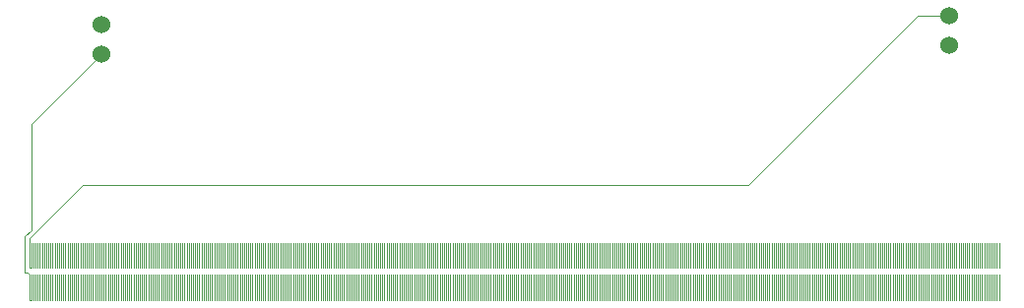
<source format=gbr>
G04 #@! TF.FileFunction,Copper,L1,Top,Signal*
%FSLAX46Y46*%
G04 Gerber Fmt 4.6, Leading zero omitted, Abs format (unit mm)*
G04 Created by KiCad (PCBNEW 4.0.3+e1-6302~38~ubuntu15.10.1-stable) date Mon Sep 12 17:58:41 2016*
%MOMM*%
%LPD*%
G01*
G04 APERTURE LIST*
%ADD10C,0.100000*%
%ADD11C,1.524000*%
%ADD12C,0.110000*%
G04 APERTURE END LIST*
D10*
D11*
X86880000Y-89300000D03*
X86880000Y-91840000D03*
X159720000Y-91100000D03*
X159720000Y-88560000D03*
D12*
X138623040Y-110825280D03*
X153619200Y-113019840D03*
X138805920Y-113019840D03*
X151424640Y-110825280D03*
X151607520Y-113019840D03*
X150144480Y-113019840D03*
X150144480Y-110825280D03*
X150327360Y-113019840D03*
X150327360Y-110825280D03*
X150510240Y-113019840D03*
X150510240Y-110825280D03*
X150693120Y-113019840D03*
X150693120Y-110825280D03*
X150876000Y-113019840D03*
X149961600Y-110825280D03*
X149961600Y-113019840D03*
X149778720Y-110825280D03*
X149778720Y-113019840D03*
X149595840Y-110825280D03*
X149595840Y-113019840D03*
X149412960Y-110825280D03*
X149412960Y-113019840D03*
X149230080Y-110825280D03*
X149230080Y-113019840D03*
X149047200Y-110825280D03*
X151424640Y-113019840D03*
X151241760Y-110825280D03*
X151241760Y-113019840D03*
X151058880Y-110825280D03*
X151058880Y-113019840D03*
X150876000Y-110825280D03*
X153436320Y-110825280D03*
X151607520Y-110825280D03*
X151790400Y-113019840D03*
X151790400Y-110825280D03*
X151973280Y-113019840D03*
X151973280Y-110825280D03*
X152156160Y-113019840D03*
X152156160Y-110825280D03*
X152339040Y-113019840D03*
X152339040Y-110825280D03*
X152521920Y-113019840D03*
X152521920Y-110825280D03*
X153436320Y-113019840D03*
X153253440Y-110825280D03*
X153253440Y-113019840D03*
X153070560Y-110825280D03*
X153070560Y-113019840D03*
X152887680Y-110825280D03*
X152887680Y-113019840D03*
X152704800Y-110825280D03*
X152704800Y-113019840D03*
X146304000Y-110825280D03*
X146486880Y-113019840D03*
X145023840Y-113019840D03*
X145023840Y-110825280D03*
X145206720Y-113019840D03*
X145206720Y-110825280D03*
X145389600Y-113019840D03*
X145389600Y-110825280D03*
X145572480Y-113019840D03*
X145572480Y-110825280D03*
X145755360Y-113019840D03*
X144840960Y-110825280D03*
X144840960Y-113019840D03*
X144658080Y-110825280D03*
X144658080Y-113019840D03*
X144475200Y-110825280D03*
X144475200Y-113019840D03*
X144292320Y-110825280D03*
X144292320Y-113019840D03*
X144109440Y-110825280D03*
X144109440Y-113019840D03*
X143926560Y-110825280D03*
X146304000Y-113019840D03*
X146121120Y-110825280D03*
X146121120Y-113019840D03*
X145938240Y-110825280D03*
X145938240Y-113019840D03*
X145755360Y-110825280D03*
X148315680Y-110825280D03*
X148498560Y-113019840D03*
X148498560Y-110825280D03*
X148681440Y-113019840D03*
X148681440Y-110825280D03*
X148864320Y-113019840D03*
X146486880Y-110825280D03*
X146669760Y-113019840D03*
X146669760Y-110825280D03*
X146852640Y-113019840D03*
X146852640Y-110825280D03*
X147035520Y-113019840D03*
X147035520Y-110825280D03*
X147218400Y-113019840D03*
X147218400Y-110825280D03*
X147401280Y-113019840D03*
X147401280Y-110825280D03*
X148315680Y-113019840D03*
X148132800Y-110825280D03*
X148132800Y-113019840D03*
X147949920Y-110825280D03*
X147949920Y-113019840D03*
X147767040Y-110825280D03*
X147767040Y-113019840D03*
X147584160Y-110825280D03*
X147584160Y-113019840D03*
X149047200Y-113019840D03*
X148864320Y-110825280D03*
X143743680Y-110825280D03*
X143926560Y-113019840D03*
X142463520Y-113019840D03*
X142463520Y-110825280D03*
X142646400Y-113019840D03*
X142646400Y-110825280D03*
X142829280Y-113019840D03*
X142829280Y-110825280D03*
X143012160Y-113019840D03*
X143012160Y-110825280D03*
X143195040Y-113019840D03*
X142280640Y-110825280D03*
X142280640Y-113019840D03*
X142097760Y-110825280D03*
X142097760Y-113019840D03*
X141914880Y-110825280D03*
X141914880Y-113019840D03*
X141732000Y-110825280D03*
X141732000Y-113019840D03*
X141549120Y-110825280D03*
X141549120Y-113019840D03*
X141366240Y-110825280D03*
X143743680Y-113019840D03*
X143560800Y-110825280D03*
X143560800Y-113019840D03*
X143377920Y-110825280D03*
X143377920Y-113019840D03*
X143195040Y-110825280D03*
X140634720Y-110825280D03*
X140817600Y-113019840D03*
X140817600Y-110825280D03*
X141000480Y-113019840D03*
X141000480Y-110825280D03*
X141183360Y-113019840D03*
X138805920Y-110825280D03*
X138988800Y-113019840D03*
X138988800Y-110825280D03*
X139171680Y-113019840D03*
X139171680Y-110825280D03*
X139354560Y-113019840D03*
X139354560Y-110825280D03*
X139537440Y-113019840D03*
X139537440Y-110825280D03*
X139720320Y-113019840D03*
X139720320Y-110825280D03*
X140634720Y-113019840D03*
X140451840Y-110825280D03*
X140451840Y-113019840D03*
X140268960Y-110825280D03*
X140268960Y-113019840D03*
X140086080Y-110825280D03*
X140086080Y-113019840D03*
X139903200Y-110825280D03*
X139903200Y-113019840D03*
X141366240Y-113019840D03*
X141183360Y-110825280D03*
X164043360Y-113019840D03*
X156179520Y-110825280D03*
X156362400Y-113019840D03*
X154899360Y-113019840D03*
X154899360Y-110825280D03*
X155082240Y-113019840D03*
X155082240Y-110825280D03*
X155265120Y-113019840D03*
X155265120Y-110825280D03*
X155448000Y-113019840D03*
X155448000Y-110825280D03*
X155630880Y-113019840D03*
X154716480Y-110825280D03*
X154716480Y-113019840D03*
X154533600Y-110825280D03*
X154533600Y-113019840D03*
X154350720Y-110825280D03*
X154350720Y-113019840D03*
X154167840Y-110825280D03*
X154167840Y-113019840D03*
X153984960Y-110825280D03*
X153984960Y-113019840D03*
X153802080Y-110825280D03*
X156179520Y-113019840D03*
X155996640Y-110825280D03*
X155996640Y-113019840D03*
X155813760Y-110825280D03*
X155813760Y-113019840D03*
X155630880Y-110825280D03*
X158191200Y-110825280D03*
X158374080Y-113019840D03*
X158374080Y-110825280D03*
X158556960Y-113019840D03*
X158556960Y-110825280D03*
X158739840Y-113019840D03*
X156362400Y-110825280D03*
X156545280Y-113019840D03*
X156545280Y-110825280D03*
X156728160Y-113019840D03*
X156728160Y-110825280D03*
X156911040Y-113019840D03*
X156911040Y-110825280D03*
X157093920Y-113019840D03*
X157093920Y-110825280D03*
X157276800Y-113019840D03*
X157276800Y-110825280D03*
X158191200Y-113019840D03*
X158008320Y-110825280D03*
X158008320Y-113019840D03*
X157825440Y-110825280D03*
X157825440Y-113019840D03*
X157642560Y-110825280D03*
X157642560Y-113019840D03*
X157459680Y-110825280D03*
X157459680Y-113019840D03*
X158922720Y-113019840D03*
X158739840Y-110825280D03*
X163860480Y-110825280D03*
X162580320Y-113019840D03*
X162580320Y-110825280D03*
X162763200Y-113019840D03*
X162763200Y-110825280D03*
X162946080Y-113019840D03*
X162946080Y-110825280D03*
X163128960Y-113019840D03*
X163128960Y-110825280D03*
X163311840Y-113019840D03*
X162397440Y-110825280D03*
X162397440Y-113019840D03*
X162214560Y-110825280D03*
X162214560Y-113019840D03*
X162031680Y-110825280D03*
X162031680Y-113019840D03*
X161848800Y-110825280D03*
X161848800Y-113019840D03*
X161665920Y-110825280D03*
X161665920Y-113019840D03*
X161483040Y-110825280D03*
X163860480Y-113019840D03*
X163677600Y-110825280D03*
X163677600Y-113019840D03*
X163494720Y-110825280D03*
X163494720Y-113019840D03*
X163311840Y-110825280D03*
X160751520Y-110825280D03*
X160934400Y-113019840D03*
X160934400Y-110825280D03*
X161117280Y-113019840D03*
X161117280Y-110825280D03*
X161300160Y-113019840D03*
X158922720Y-110825280D03*
X159105600Y-113019840D03*
X159105600Y-110825280D03*
X159288480Y-113019840D03*
X159288480Y-110825280D03*
X159471360Y-113019840D03*
X159471360Y-110825280D03*
X159654240Y-113019840D03*
X159654240Y-110825280D03*
X159837120Y-113019840D03*
X159837120Y-110825280D03*
X160751520Y-113019840D03*
X160568640Y-110825280D03*
X160568640Y-113019840D03*
X160385760Y-110825280D03*
X160385760Y-113019840D03*
X160202880Y-110825280D03*
X160202880Y-113019840D03*
X160020000Y-110825280D03*
X160020000Y-113019840D03*
X161483040Y-113019840D03*
X161300160Y-110825280D03*
X153802080Y-113019840D03*
X164043360Y-110825280D03*
X153619200Y-110825280D03*
X134416800Y-110825280D03*
X134599680Y-113019840D03*
X133136640Y-113019840D03*
X133136640Y-110825280D03*
X133319520Y-113019840D03*
X133319520Y-110825280D03*
X133502400Y-113019840D03*
X133502400Y-110825280D03*
X133685280Y-113019840D03*
X133685280Y-110825280D03*
X133868160Y-113019840D03*
X132953760Y-110825280D03*
X132953760Y-113019840D03*
X132770880Y-110825280D03*
X132770880Y-113019840D03*
X132588000Y-110825280D03*
X132588000Y-113019840D03*
X132405120Y-110825280D03*
X132405120Y-113019840D03*
X132222240Y-110825280D03*
X132222240Y-113019840D03*
X132039360Y-110825280D03*
X134416800Y-113019840D03*
X134233920Y-110825280D03*
X134233920Y-113019840D03*
X134051040Y-110825280D03*
X134051040Y-113019840D03*
X133868160Y-110825280D03*
X136428480Y-110825280D03*
X136611360Y-113019840D03*
X136611360Y-110825280D03*
X136794240Y-113019840D03*
X136794240Y-110825280D03*
X136977120Y-113019840D03*
X134599680Y-110825280D03*
X134782560Y-113019840D03*
X134782560Y-110825280D03*
X134965440Y-113019840D03*
X134965440Y-110825280D03*
X135148320Y-113019840D03*
X135148320Y-110825280D03*
X135331200Y-113019840D03*
X135331200Y-110825280D03*
X135514080Y-113019840D03*
X135514080Y-110825280D03*
X136428480Y-113019840D03*
X136245600Y-110825280D03*
X136245600Y-113019840D03*
X136062720Y-110825280D03*
X136062720Y-113019840D03*
X135879840Y-110825280D03*
X135879840Y-113019840D03*
X135696960Y-110825280D03*
X135696960Y-113019840D03*
X137160000Y-113019840D03*
X136977120Y-110825280D03*
X137160000Y-110825280D03*
X137342880Y-113019840D03*
X137342880Y-110825280D03*
X137525760Y-113019840D03*
X137525760Y-110825280D03*
X137708640Y-113019840D03*
X137708640Y-110825280D03*
X137891520Y-113019840D03*
X137891520Y-110825280D03*
X138074400Y-113019840D03*
X138074400Y-110825280D03*
X138440160Y-110825280D03*
X138440160Y-113019840D03*
X138257280Y-110825280D03*
X138257280Y-113019840D03*
X129296160Y-110825280D03*
X129479040Y-113019840D03*
X128016000Y-113019840D03*
X128016000Y-110825280D03*
X128198880Y-113019840D03*
X128198880Y-110825280D03*
X128381760Y-113019840D03*
X128381760Y-110825280D03*
X128564640Y-113019840D03*
X128564640Y-110825280D03*
X128747520Y-113019840D03*
X127833120Y-110825280D03*
X127833120Y-113019840D03*
X127650240Y-110825280D03*
X127650240Y-113019840D03*
X127467360Y-110825280D03*
X127467360Y-113019840D03*
X127284480Y-110825280D03*
X127284480Y-113019840D03*
X127101600Y-110825280D03*
X127101600Y-113019840D03*
X126918720Y-110825280D03*
X129296160Y-113019840D03*
X129113280Y-110825280D03*
X129113280Y-113019840D03*
X128930400Y-110825280D03*
X128930400Y-113019840D03*
X128747520Y-110825280D03*
X131307840Y-110825280D03*
X131490720Y-113019840D03*
X131490720Y-110825280D03*
X131673600Y-113019840D03*
X131673600Y-110825280D03*
X131856480Y-113019840D03*
X129479040Y-110825280D03*
X129661920Y-113019840D03*
X129661920Y-110825280D03*
X129844800Y-113019840D03*
X129844800Y-110825280D03*
X130027680Y-113019840D03*
X130027680Y-110825280D03*
X130210560Y-113019840D03*
X130210560Y-110825280D03*
X130393440Y-113019840D03*
X130393440Y-110825280D03*
X131307840Y-113019840D03*
X131124960Y-110825280D03*
X131124960Y-113019840D03*
X130942080Y-110825280D03*
X130942080Y-113019840D03*
X130759200Y-110825280D03*
X130759200Y-113019840D03*
X130576320Y-110825280D03*
X130576320Y-113019840D03*
X132039360Y-113019840D03*
X131856480Y-110825280D03*
X126735840Y-110825280D03*
X126918720Y-113019840D03*
X125455680Y-113019840D03*
X125455680Y-110825280D03*
X125638560Y-113019840D03*
X125638560Y-110825280D03*
X125821440Y-113019840D03*
X125821440Y-110825280D03*
X126004320Y-113019840D03*
X126004320Y-110825280D03*
X126187200Y-113019840D03*
X125272800Y-110825280D03*
X125272800Y-113019840D03*
X125089920Y-110825280D03*
X125089920Y-113019840D03*
X124907040Y-110825280D03*
X124907040Y-113019840D03*
X124724160Y-110825280D03*
X124724160Y-113019840D03*
X124541280Y-110825280D03*
X124541280Y-113019840D03*
X124358400Y-110825280D03*
X126735840Y-113019840D03*
X126552960Y-110825280D03*
X126552960Y-113019840D03*
X126370080Y-110825280D03*
X126370080Y-113019840D03*
X126187200Y-110825280D03*
X123626880Y-110825280D03*
X123809760Y-113019840D03*
X123809760Y-110825280D03*
X123992640Y-113019840D03*
X123992640Y-110825280D03*
X124175520Y-113019840D03*
X122712480Y-113019840D03*
X122712480Y-110825280D03*
X123626880Y-113019840D03*
X123444000Y-110825280D03*
X123444000Y-113019840D03*
X123261120Y-110825280D03*
X123261120Y-113019840D03*
X123078240Y-110825280D03*
X123078240Y-113019840D03*
X122895360Y-110825280D03*
X122895360Y-113019840D03*
X124358400Y-113019840D03*
X124175520Y-110825280D03*
X138623040Y-113019840D03*
X83210400Y-110825280D03*
X83393280Y-113019840D03*
X81930240Y-113019840D03*
X81930240Y-110825280D03*
X82113120Y-113019840D03*
X82113120Y-110825280D03*
X82296000Y-113019840D03*
X82296000Y-110825280D03*
X82478880Y-113019840D03*
X82478880Y-110825280D03*
X82661760Y-113019840D03*
X81747360Y-110825280D03*
X81747360Y-113019840D03*
X81564480Y-110825280D03*
X81564480Y-113019840D03*
X81381600Y-110825280D03*
X81381600Y-113019840D03*
X81198720Y-110825280D03*
X81198720Y-113019840D03*
X81015840Y-110825280D03*
X81015840Y-113019840D03*
X80832960Y-110825280D03*
X83210400Y-113019840D03*
X83027520Y-110825280D03*
X83027520Y-113019840D03*
X82844640Y-110825280D03*
X82844640Y-113019840D03*
X82661760Y-110825280D03*
X85222080Y-110825280D03*
X85404960Y-113019840D03*
X85404960Y-110825280D03*
X85587840Y-113019840D03*
X85587840Y-110825280D03*
X85770720Y-113019840D03*
X83393280Y-110825280D03*
X83576160Y-113019840D03*
X83576160Y-110825280D03*
X83759040Y-113019840D03*
X83759040Y-110825280D03*
X83941920Y-113019840D03*
X83941920Y-110825280D03*
X84124800Y-113019840D03*
X84124800Y-110825280D03*
X84307680Y-113019840D03*
X84307680Y-110825280D03*
X85222080Y-113019840D03*
X85039200Y-110825280D03*
X85039200Y-113019840D03*
X84856320Y-110825280D03*
X84856320Y-113019840D03*
X84673440Y-110825280D03*
X84673440Y-113019840D03*
X84490560Y-110825280D03*
X84490560Y-113019840D03*
X85953600Y-113019840D03*
X85770720Y-110825280D03*
X90891360Y-110825280D03*
X91074240Y-113019840D03*
X89611200Y-113019840D03*
X89611200Y-110825280D03*
X89794080Y-113019840D03*
X89794080Y-110825280D03*
X89976960Y-113019840D03*
X89976960Y-110825280D03*
X90159840Y-113019840D03*
X90159840Y-110825280D03*
X90342720Y-113019840D03*
X89428320Y-110825280D03*
X89428320Y-113019840D03*
X89245440Y-110825280D03*
X89245440Y-113019840D03*
X89062560Y-110825280D03*
X89062560Y-113019840D03*
X88879680Y-110825280D03*
X88879680Y-113019840D03*
X88696800Y-110825280D03*
X88696800Y-113019840D03*
X88513920Y-110825280D03*
X90891360Y-113019840D03*
X90708480Y-110825280D03*
X90708480Y-113019840D03*
X90525600Y-110825280D03*
X90525600Y-113019840D03*
X90342720Y-110825280D03*
X87782400Y-110825280D03*
X87965280Y-113019840D03*
X87965280Y-110825280D03*
X88148160Y-113019840D03*
X88148160Y-110825280D03*
X88331040Y-113019840D03*
X85953600Y-110825280D03*
X86136480Y-113019840D03*
X86136480Y-110825280D03*
X86319360Y-113019840D03*
X86319360Y-110825280D03*
X86502240Y-113019840D03*
X86502240Y-110825280D03*
X86685120Y-113019840D03*
X86685120Y-110825280D03*
X86868000Y-113019840D03*
X86868000Y-110825280D03*
X87782400Y-113019840D03*
X87599520Y-110825280D03*
X87599520Y-113019840D03*
X87416640Y-110825280D03*
X87416640Y-113019840D03*
X87233760Y-110825280D03*
X87233760Y-113019840D03*
X87050880Y-110825280D03*
X87050880Y-113019840D03*
X88513920Y-113019840D03*
X88331040Y-110825280D03*
X98572320Y-110825280D03*
X98755200Y-113019840D03*
X97292160Y-113019840D03*
X97292160Y-110825280D03*
X97475040Y-113019840D03*
X97475040Y-110825280D03*
X97657920Y-113019840D03*
X97657920Y-110825280D03*
X97840800Y-113019840D03*
X97840800Y-110825280D03*
X98023680Y-113019840D03*
X97109280Y-110825280D03*
X97109280Y-113019840D03*
X96926400Y-110825280D03*
X96926400Y-113019840D03*
X96743520Y-110825280D03*
X96743520Y-113019840D03*
X96560640Y-110825280D03*
X96560640Y-113019840D03*
X96377760Y-110825280D03*
X96377760Y-113019840D03*
X96194880Y-110825280D03*
X98572320Y-113019840D03*
X98389440Y-110825280D03*
X98389440Y-113019840D03*
X98206560Y-110825280D03*
X98206560Y-113019840D03*
X98023680Y-110825280D03*
X100584000Y-110825280D03*
X100766880Y-113019840D03*
X100766880Y-110825280D03*
X100949760Y-113019840D03*
X100949760Y-110825280D03*
X101132640Y-113019840D03*
X98755200Y-110825280D03*
X98938080Y-113019840D03*
X98938080Y-110825280D03*
X99120960Y-113019840D03*
X99120960Y-110825280D03*
X99303840Y-113019840D03*
X99303840Y-110825280D03*
X99486720Y-113019840D03*
X99486720Y-110825280D03*
X99669600Y-113019840D03*
X99669600Y-110825280D03*
X100584000Y-113019840D03*
X100401120Y-110825280D03*
X100401120Y-113019840D03*
X100218240Y-110825280D03*
X100218240Y-113019840D03*
X100035360Y-110825280D03*
X100035360Y-113019840D03*
X99852480Y-110825280D03*
X99852480Y-113019840D03*
X101315520Y-113019840D03*
X101132640Y-110825280D03*
X96012000Y-110825280D03*
X96194880Y-113019840D03*
X94731840Y-113019840D03*
X94731840Y-110825280D03*
X94914720Y-113019840D03*
X94914720Y-110825280D03*
X95097600Y-113019840D03*
X95097600Y-110825280D03*
X95280480Y-113019840D03*
X95280480Y-110825280D03*
X95463360Y-113019840D03*
X94548960Y-110825280D03*
X94548960Y-113019840D03*
X94366080Y-110825280D03*
X94366080Y-113019840D03*
X94183200Y-110825280D03*
X94183200Y-113019840D03*
X94000320Y-110825280D03*
X94000320Y-113019840D03*
X93817440Y-110825280D03*
X93817440Y-113019840D03*
X93634560Y-110825280D03*
X96012000Y-113019840D03*
X95829120Y-110825280D03*
X95829120Y-113019840D03*
X95646240Y-110825280D03*
X95646240Y-113019840D03*
X95463360Y-110825280D03*
X92903040Y-110825280D03*
X93085920Y-113019840D03*
X93085920Y-110825280D03*
X93268800Y-113019840D03*
X93268800Y-110825280D03*
X93451680Y-113019840D03*
X91074240Y-110825280D03*
X91257120Y-113019840D03*
X91257120Y-110825280D03*
X91440000Y-113019840D03*
X91440000Y-110825280D03*
X91622880Y-113019840D03*
X91622880Y-110825280D03*
X91805760Y-113019840D03*
X91805760Y-110825280D03*
X91988640Y-113019840D03*
X91988640Y-110825280D03*
X92903040Y-113019840D03*
X92720160Y-110825280D03*
X92720160Y-113019840D03*
X92537280Y-110825280D03*
X92537280Y-113019840D03*
X92354400Y-110825280D03*
X92354400Y-113019840D03*
X92171520Y-110825280D03*
X92171520Y-113019840D03*
X93634560Y-113019840D03*
X93451680Y-110825280D03*
X113934240Y-110825280D03*
X114117120Y-113019840D03*
X112654080Y-113019840D03*
X112654080Y-110825280D03*
X112836960Y-113019840D03*
X112836960Y-110825280D03*
X113019840Y-113019840D03*
X113019840Y-110825280D03*
X113202720Y-113019840D03*
X113202720Y-110825280D03*
X113385600Y-113019840D03*
X112471200Y-110825280D03*
X112471200Y-113019840D03*
X112288320Y-110825280D03*
X112288320Y-113019840D03*
X112105440Y-110825280D03*
X112105440Y-113019840D03*
X111922560Y-110825280D03*
X111922560Y-113019840D03*
X111739680Y-110825280D03*
X111739680Y-113019840D03*
X111556800Y-110825280D03*
X113934240Y-113019840D03*
X113751360Y-110825280D03*
X113751360Y-113019840D03*
X113568480Y-110825280D03*
X113568480Y-113019840D03*
X113385600Y-110825280D03*
X115945920Y-110825280D03*
X116128800Y-113019840D03*
X116128800Y-110825280D03*
X116311680Y-113019840D03*
X116311680Y-110825280D03*
X116494560Y-113019840D03*
X114117120Y-110825280D03*
X114300000Y-113019840D03*
X114300000Y-110825280D03*
X114482880Y-113019840D03*
X114482880Y-110825280D03*
X114665760Y-113019840D03*
X114665760Y-110825280D03*
X114848640Y-113019840D03*
X114848640Y-110825280D03*
X115031520Y-113019840D03*
X115031520Y-110825280D03*
X115945920Y-113019840D03*
X115763040Y-110825280D03*
X115763040Y-113019840D03*
X115580160Y-110825280D03*
X115580160Y-113019840D03*
X115397280Y-110825280D03*
X115397280Y-113019840D03*
X115214400Y-110825280D03*
X115214400Y-113019840D03*
X116677440Y-113019840D03*
X116494560Y-110825280D03*
X121615200Y-110825280D03*
X121798080Y-113019840D03*
X120335040Y-113019840D03*
X120335040Y-110825280D03*
X120517920Y-113019840D03*
X120517920Y-110825280D03*
X120700800Y-113019840D03*
X120700800Y-110825280D03*
X120883680Y-113019840D03*
X120883680Y-110825280D03*
X121066560Y-113019840D03*
X120152160Y-110825280D03*
X120152160Y-113019840D03*
X119969280Y-110825280D03*
X119969280Y-113019840D03*
X119786400Y-110825280D03*
X119786400Y-113019840D03*
X119603520Y-110825280D03*
X119603520Y-113019840D03*
X119420640Y-110825280D03*
X119420640Y-113019840D03*
X119237760Y-110825280D03*
X121615200Y-113019840D03*
X121432320Y-110825280D03*
X121432320Y-113019840D03*
X121249440Y-110825280D03*
X121249440Y-113019840D03*
X121066560Y-110825280D03*
X118506240Y-110825280D03*
X118689120Y-113019840D03*
X118689120Y-110825280D03*
X118872000Y-113019840D03*
X118872000Y-110825280D03*
X119054880Y-113019840D03*
X116677440Y-110825280D03*
X116860320Y-113019840D03*
X116860320Y-110825280D03*
X117043200Y-113019840D03*
X117043200Y-110825280D03*
X117226080Y-113019840D03*
X117226080Y-110825280D03*
X117408960Y-113019840D03*
X117408960Y-110825280D03*
X117591840Y-113019840D03*
X117591840Y-110825280D03*
X118506240Y-113019840D03*
X118323360Y-110825280D03*
X118323360Y-113019840D03*
X118140480Y-110825280D03*
X118140480Y-113019840D03*
X117957600Y-110825280D03*
X117957600Y-113019840D03*
X117774720Y-110825280D03*
X117774720Y-113019840D03*
X119237760Y-113019840D03*
X119054880Y-110825280D03*
X108813600Y-110825280D03*
X108996480Y-113019840D03*
X107533440Y-113019840D03*
X107533440Y-110825280D03*
X107716320Y-113019840D03*
X107716320Y-110825280D03*
X107899200Y-113019840D03*
X107899200Y-110825280D03*
X108082080Y-113019840D03*
X108082080Y-110825280D03*
X108264960Y-113019840D03*
X107350560Y-110825280D03*
X107350560Y-113019840D03*
X107167680Y-110825280D03*
X107167680Y-113019840D03*
X106984800Y-110825280D03*
X106984800Y-113019840D03*
X106801920Y-110825280D03*
X106801920Y-113019840D03*
X106619040Y-110825280D03*
X106619040Y-113019840D03*
X106436160Y-110825280D03*
X108813600Y-113019840D03*
X108630720Y-110825280D03*
X108630720Y-113019840D03*
X108447840Y-110825280D03*
X108447840Y-113019840D03*
X108264960Y-110825280D03*
X110825280Y-110825280D03*
X111008160Y-113019840D03*
X111008160Y-110825280D03*
X111191040Y-113019840D03*
X111191040Y-110825280D03*
X111373920Y-113019840D03*
X108996480Y-110825280D03*
X109179360Y-113019840D03*
X109179360Y-110825280D03*
X109362240Y-113019840D03*
X109362240Y-110825280D03*
X109545120Y-113019840D03*
X109545120Y-110825280D03*
X109728000Y-113019840D03*
X109728000Y-110825280D03*
X109910880Y-113019840D03*
X109910880Y-110825280D03*
X110825280Y-113019840D03*
X110642400Y-110825280D03*
X110642400Y-113019840D03*
X110459520Y-110825280D03*
X110459520Y-113019840D03*
X110276640Y-110825280D03*
X110276640Y-113019840D03*
X110093760Y-110825280D03*
X110093760Y-113019840D03*
X111556800Y-113019840D03*
X111373920Y-110825280D03*
X106253280Y-110825280D03*
X106436160Y-113019840D03*
X104973120Y-113019840D03*
X104973120Y-110825280D03*
X105156000Y-113019840D03*
X105156000Y-110825280D03*
X105338880Y-113019840D03*
X105338880Y-110825280D03*
X105521760Y-113019840D03*
X105521760Y-110825280D03*
X105704640Y-113019840D03*
X104790240Y-110825280D03*
X104790240Y-113019840D03*
X104607360Y-110825280D03*
X104607360Y-113019840D03*
X104424480Y-110825280D03*
X104424480Y-113019840D03*
X104241600Y-110825280D03*
X104241600Y-113019840D03*
X104058720Y-110825280D03*
X104058720Y-113019840D03*
X103875840Y-110825280D03*
X106253280Y-113019840D03*
X106070400Y-110825280D03*
X106070400Y-113019840D03*
X105887520Y-110825280D03*
X105887520Y-113019840D03*
X105704640Y-110825280D03*
X103144320Y-110825280D03*
X103327200Y-113019840D03*
X103327200Y-110825280D03*
X103510080Y-113019840D03*
X103510080Y-110825280D03*
X103692960Y-113019840D03*
X101315520Y-110825280D03*
X101498400Y-113019840D03*
X101498400Y-110825280D03*
X101681280Y-113019840D03*
X101681280Y-110825280D03*
X101864160Y-113019840D03*
X101864160Y-110825280D03*
X102047040Y-113019840D03*
X102047040Y-110825280D03*
X102229920Y-113019840D03*
X102229920Y-110825280D03*
X103144320Y-113019840D03*
X102961440Y-110825280D03*
X102961440Y-113019840D03*
X102778560Y-110825280D03*
X102778560Y-113019840D03*
X102595680Y-110825280D03*
X102595680Y-113019840D03*
X102412800Y-110825280D03*
X102412800Y-113019840D03*
X103875840Y-113019840D03*
X103692960Y-110825280D03*
X121798080Y-110825280D03*
X121980960Y-113019840D03*
X121980960Y-110825280D03*
X122163840Y-113019840D03*
X122163840Y-110825280D03*
X122346720Y-113019840D03*
X122346720Y-110825280D03*
X122529600Y-113019840D03*
X122529600Y-110825280D03*
X138623040Y-108082080D03*
X139903200Y-110276640D03*
X139903200Y-108082080D03*
X140086080Y-110276640D03*
X140086080Y-108082080D03*
X140268960Y-110276640D03*
X140268960Y-108082080D03*
X140451840Y-110276640D03*
X140451840Y-108082080D03*
X140634720Y-110276640D03*
X139720320Y-108082080D03*
X139720320Y-110276640D03*
X139537440Y-108082080D03*
X139537440Y-110276640D03*
X139354560Y-108082080D03*
X139354560Y-110276640D03*
X139171680Y-108082080D03*
X139171680Y-110276640D03*
X138988800Y-108082080D03*
X138988800Y-110276640D03*
X138805920Y-108082080D03*
X141183360Y-110276640D03*
X141000480Y-108082080D03*
X141000480Y-110276640D03*
X140817600Y-108082080D03*
X140817600Y-110276640D03*
X140634720Y-108082080D03*
X138805920Y-110276640D03*
X124175520Y-108082080D03*
X124358400Y-110276640D03*
X122895360Y-110276640D03*
X122895360Y-108082080D03*
X123078240Y-110276640D03*
X123078240Y-108082080D03*
X123261120Y-110276640D03*
X123261120Y-108082080D03*
X123444000Y-110276640D03*
X123444000Y-108082080D03*
X123626880Y-110276640D03*
X122712480Y-108082080D03*
X122712480Y-110276640D03*
X122529600Y-108082080D03*
X122529600Y-110276640D03*
X122346720Y-108082080D03*
X122346720Y-110276640D03*
X122163840Y-108082080D03*
X122163840Y-110276640D03*
X121980960Y-108082080D03*
X121980960Y-110276640D03*
X121798080Y-108082080D03*
X124175520Y-110276640D03*
X123992640Y-108082080D03*
X123992640Y-110276640D03*
X123809760Y-108082080D03*
X123809760Y-110276640D03*
X123626880Y-108082080D03*
X126187200Y-108082080D03*
X126370080Y-110276640D03*
X126370080Y-108082080D03*
X126552960Y-110276640D03*
X126552960Y-108082080D03*
X126735840Y-110276640D03*
X124358400Y-108082080D03*
X124541280Y-110276640D03*
X124541280Y-108082080D03*
X124724160Y-110276640D03*
X124724160Y-108082080D03*
X124907040Y-110276640D03*
X124907040Y-108082080D03*
X125089920Y-110276640D03*
X125089920Y-108082080D03*
X125272800Y-110276640D03*
X125272800Y-108082080D03*
X126187200Y-110276640D03*
X126004320Y-108082080D03*
X126004320Y-110276640D03*
X125821440Y-108082080D03*
X125821440Y-110276640D03*
X125638560Y-108082080D03*
X125638560Y-110276640D03*
X125455680Y-108082080D03*
X125455680Y-110276640D03*
X126918720Y-110276640D03*
X126735840Y-108082080D03*
X131856480Y-108082080D03*
X132039360Y-110276640D03*
X130576320Y-110276640D03*
X130576320Y-108082080D03*
X130759200Y-110276640D03*
X130759200Y-108082080D03*
X130942080Y-110276640D03*
X130942080Y-108082080D03*
X131124960Y-110276640D03*
X131124960Y-108082080D03*
X131307840Y-110276640D03*
X130393440Y-108082080D03*
X130393440Y-110276640D03*
X130210560Y-108082080D03*
X130210560Y-110276640D03*
X130027680Y-108082080D03*
X130027680Y-110276640D03*
X129844800Y-108082080D03*
X129844800Y-110276640D03*
X129661920Y-108082080D03*
X129661920Y-110276640D03*
X129479040Y-108082080D03*
X131856480Y-110276640D03*
X131673600Y-108082080D03*
X131673600Y-110276640D03*
X131490720Y-108082080D03*
X131490720Y-110276640D03*
X131307840Y-108082080D03*
X128747520Y-108082080D03*
X128930400Y-110276640D03*
X128930400Y-108082080D03*
X129113280Y-110276640D03*
X129113280Y-108082080D03*
X129296160Y-110276640D03*
X126918720Y-108082080D03*
X127101600Y-110276640D03*
X127101600Y-108082080D03*
X127284480Y-110276640D03*
X127284480Y-108082080D03*
X127467360Y-110276640D03*
X127467360Y-108082080D03*
X127650240Y-110276640D03*
X127650240Y-108082080D03*
X127833120Y-110276640D03*
X127833120Y-108082080D03*
X128747520Y-110276640D03*
X128564640Y-108082080D03*
X128564640Y-110276640D03*
X128381760Y-108082080D03*
X128381760Y-110276640D03*
X128198880Y-108082080D03*
X128198880Y-110276640D03*
X128016000Y-108082080D03*
X128016000Y-110276640D03*
X129479040Y-110276640D03*
X129296160Y-108082080D03*
X138257280Y-110276640D03*
X138257280Y-108082080D03*
X138440160Y-110276640D03*
X138440160Y-108082080D03*
X138074400Y-108082080D03*
X138074400Y-110276640D03*
X137891520Y-108082080D03*
X137891520Y-110276640D03*
X137708640Y-108082080D03*
X137708640Y-110276640D03*
X137525760Y-108082080D03*
X137525760Y-110276640D03*
X137342880Y-108082080D03*
X137342880Y-110276640D03*
X137160000Y-108082080D03*
X136977120Y-108082080D03*
X137160000Y-110276640D03*
X135696960Y-110276640D03*
X135696960Y-108082080D03*
X135879840Y-110276640D03*
X135879840Y-108082080D03*
X136062720Y-110276640D03*
X136062720Y-108082080D03*
X136245600Y-110276640D03*
X136245600Y-108082080D03*
X136428480Y-110276640D03*
X135514080Y-108082080D03*
X135514080Y-110276640D03*
X135331200Y-108082080D03*
X135331200Y-110276640D03*
X135148320Y-108082080D03*
X135148320Y-110276640D03*
X134965440Y-108082080D03*
X134965440Y-110276640D03*
X134782560Y-108082080D03*
X134782560Y-110276640D03*
X134599680Y-108082080D03*
X136977120Y-110276640D03*
X136794240Y-108082080D03*
X136794240Y-110276640D03*
X136611360Y-108082080D03*
X136611360Y-110276640D03*
X136428480Y-108082080D03*
X133868160Y-108082080D03*
X134051040Y-110276640D03*
X134051040Y-108082080D03*
X134233920Y-110276640D03*
X134233920Y-108082080D03*
X134416800Y-110276640D03*
X132039360Y-108082080D03*
X132222240Y-110276640D03*
X132222240Y-108082080D03*
X132405120Y-110276640D03*
X132405120Y-108082080D03*
X132588000Y-110276640D03*
X132588000Y-108082080D03*
X132770880Y-110276640D03*
X132770880Y-108082080D03*
X132953760Y-110276640D03*
X132953760Y-108082080D03*
X133868160Y-110276640D03*
X133685280Y-108082080D03*
X133685280Y-110276640D03*
X133502400Y-108082080D03*
X133502400Y-110276640D03*
X133319520Y-108082080D03*
X133319520Y-110276640D03*
X133136640Y-108082080D03*
X133136640Y-110276640D03*
X134599680Y-110276640D03*
X134416800Y-108082080D03*
X121249440Y-108082080D03*
X121432320Y-110276640D03*
X121432320Y-108082080D03*
X121615200Y-110276640D03*
X121798080Y-110276640D03*
X121615200Y-108082080D03*
X138623040Y-110276640D03*
X141183360Y-108082080D03*
X153802080Y-110276640D03*
X161300160Y-108082080D03*
X161483040Y-110276640D03*
X160020000Y-110276640D03*
X160020000Y-108082080D03*
X160202880Y-110276640D03*
X160202880Y-108082080D03*
X160385760Y-110276640D03*
X160385760Y-108082080D03*
X160568640Y-110276640D03*
X160568640Y-108082080D03*
X160751520Y-110276640D03*
X159837120Y-108082080D03*
X159837120Y-110276640D03*
X159654240Y-108082080D03*
X159654240Y-110276640D03*
X159471360Y-108082080D03*
X159471360Y-110276640D03*
X159288480Y-108082080D03*
X159288480Y-110276640D03*
X159105600Y-108082080D03*
X159105600Y-110276640D03*
X158922720Y-108082080D03*
X161300160Y-110276640D03*
X161117280Y-108082080D03*
X161117280Y-110276640D03*
X160934400Y-108082080D03*
X160934400Y-110276640D03*
X160751520Y-108082080D03*
X163311840Y-108082080D03*
X163494720Y-110276640D03*
X163494720Y-108082080D03*
X163677600Y-110276640D03*
X163677600Y-108082080D03*
X163860480Y-110276640D03*
X161483040Y-108082080D03*
X161665920Y-110276640D03*
X161665920Y-108082080D03*
X161848800Y-110276640D03*
X161848800Y-108082080D03*
X162031680Y-110276640D03*
X162031680Y-108082080D03*
X162214560Y-110276640D03*
X162214560Y-108082080D03*
X162397440Y-110276640D03*
X162397440Y-108082080D03*
X163311840Y-110276640D03*
X163128960Y-108082080D03*
X163128960Y-110276640D03*
X162946080Y-108082080D03*
X162946080Y-110276640D03*
X162763200Y-108082080D03*
X162763200Y-110276640D03*
X162580320Y-108082080D03*
X162580320Y-110276640D03*
X163860480Y-108082080D03*
X158739840Y-108082080D03*
X158922720Y-110276640D03*
X157459680Y-110276640D03*
X157459680Y-108082080D03*
X157642560Y-110276640D03*
X157642560Y-108082080D03*
X157825440Y-110276640D03*
X157825440Y-108082080D03*
X158008320Y-110276640D03*
X158008320Y-108082080D03*
X158191200Y-110276640D03*
X157276800Y-108082080D03*
X157276800Y-110276640D03*
X157093920Y-108082080D03*
X157093920Y-110276640D03*
X156911040Y-108082080D03*
X156911040Y-110276640D03*
X156728160Y-108082080D03*
X156728160Y-110276640D03*
X156545280Y-108082080D03*
X156545280Y-110276640D03*
X156362400Y-108082080D03*
X158739840Y-110276640D03*
X158556960Y-108082080D03*
X158556960Y-110276640D03*
X158374080Y-108082080D03*
X158374080Y-110276640D03*
X158191200Y-108082080D03*
X155630880Y-108082080D03*
X155813760Y-110276640D03*
X155813760Y-108082080D03*
X155996640Y-110276640D03*
X155996640Y-108082080D03*
X156179520Y-110276640D03*
X153802080Y-108082080D03*
X153984960Y-110276640D03*
X153984960Y-108082080D03*
X154167840Y-110276640D03*
X154167840Y-108082080D03*
X154350720Y-110276640D03*
X154350720Y-108082080D03*
X154533600Y-110276640D03*
X154533600Y-108082080D03*
X154716480Y-110276640D03*
X154716480Y-108082080D03*
X155630880Y-110276640D03*
X155448000Y-108082080D03*
X155448000Y-110276640D03*
X155265120Y-108082080D03*
X155265120Y-110276640D03*
X155082240Y-108082080D03*
X155082240Y-110276640D03*
X154899360Y-108082080D03*
X154899360Y-110276640D03*
X156362400Y-110276640D03*
X156179520Y-108082080D03*
X164043360Y-110276640D03*
X164043360Y-108082080D03*
X153619200Y-108082080D03*
X153619200Y-110276640D03*
X151424640Y-108082080D03*
X151607520Y-110276640D03*
X150144480Y-110276640D03*
X150144480Y-108082080D03*
X150327360Y-110276640D03*
X150327360Y-108082080D03*
X150510240Y-110276640D03*
X150510240Y-108082080D03*
X150693120Y-110276640D03*
X150693120Y-108082080D03*
X150876000Y-110276640D03*
X149961600Y-108082080D03*
X149961600Y-110276640D03*
X149778720Y-108082080D03*
X149778720Y-110276640D03*
X149595840Y-108082080D03*
X149595840Y-110276640D03*
X149412960Y-108082080D03*
X149412960Y-110276640D03*
X149230080Y-108082080D03*
X149230080Y-110276640D03*
X149047200Y-108082080D03*
X151424640Y-110276640D03*
X151241760Y-108082080D03*
X151241760Y-110276640D03*
X151058880Y-108082080D03*
X151058880Y-110276640D03*
X150876000Y-108082080D03*
X153436320Y-108082080D03*
X151607520Y-108082080D03*
X151790400Y-110276640D03*
X151790400Y-108082080D03*
X151973280Y-110276640D03*
X151973280Y-108082080D03*
X152156160Y-110276640D03*
X152156160Y-108082080D03*
X152339040Y-110276640D03*
X152339040Y-108082080D03*
X152521920Y-110276640D03*
X152521920Y-108082080D03*
X153436320Y-110276640D03*
X153253440Y-108082080D03*
X153253440Y-110276640D03*
X153070560Y-108082080D03*
X153070560Y-110276640D03*
X152887680Y-108082080D03*
X152887680Y-110276640D03*
X152704800Y-108082080D03*
X152704800Y-110276640D03*
X146304000Y-108082080D03*
X146486880Y-110276640D03*
X145023840Y-110276640D03*
X145023840Y-108082080D03*
X145206720Y-110276640D03*
X145206720Y-108082080D03*
X145389600Y-110276640D03*
X145389600Y-108082080D03*
X145572480Y-110276640D03*
X145572480Y-108082080D03*
X145755360Y-110276640D03*
X144840960Y-108082080D03*
X144840960Y-110276640D03*
X144658080Y-108082080D03*
X144658080Y-110276640D03*
X144475200Y-108082080D03*
X144475200Y-110276640D03*
X144292320Y-108082080D03*
X144292320Y-110276640D03*
X144109440Y-108082080D03*
X144109440Y-110276640D03*
X143926560Y-108082080D03*
X146304000Y-110276640D03*
X146121120Y-108082080D03*
X146121120Y-110276640D03*
X145938240Y-108082080D03*
X145938240Y-110276640D03*
X145755360Y-108082080D03*
X148315680Y-108082080D03*
X148498560Y-110276640D03*
X148498560Y-108082080D03*
X148681440Y-110276640D03*
X148681440Y-108082080D03*
X148864320Y-110276640D03*
X146486880Y-108082080D03*
X146669760Y-110276640D03*
X146669760Y-108082080D03*
X146852640Y-110276640D03*
X146852640Y-108082080D03*
X147035520Y-110276640D03*
X147035520Y-108082080D03*
X147218400Y-110276640D03*
X147218400Y-108082080D03*
X147401280Y-110276640D03*
X147401280Y-108082080D03*
X148315680Y-110276640D03*
X148132800Y-108082080D03*
X148132800Y-110276640D03*
X147949920Y-108082080D03*
X147949920Y-110276640D03*
X147767040Y-108082080D03*
X147767040Y-110276640D03*
X147584160Y-108082080D03*
X147584160Y-110276640D03*
X149047200Y-110276640D03*
X148864320Y-108082080D03*
X143743680Y-108082080D03*
X143926560Y-110276640D03*
X142463520Y-110276640D03*
X142463520Y-108082080D03*
X142646400Y-110276640D03*
X142646400Y-108082080D03*
X142829280Y-110276640D03*
X142829280Y-108082080D03*
X143012160Y-110276640D03*
X143012160Y-108082080D03*
X143195040Y-110276640D03*
X142280640Y-108082080D03*
X142280640Y-110276640D03*
X142097760Y-108082080D03*
X142097760Y-110276640D03*
X141914880Y-108082080D03*
X141914880Y-110276640D03*
X141732000Y-108082080D03*
X141732000Y-110276640D03*
X141549120Y-108082080D03*
X141549120Y-110276640D03*
X141366240Y-108082080D03*
X143743680Y-110276640D03*
X143560800Y-108082080D03*
X143560800Y-110276640D03*
X143377920Y-108082080D03*
X143377920Y-110276640D03*
X143195040Y-108082080D03*
X141366240Y-110276640D03*
X159720000Y-91100000D03*
X103692960Y-108082080D03*
X103875840Y-110276640D03*
X102412800Y-110276640D03*
X102412800Y-108082080D03*
X102595680Y-110276640D03*
X102595680Y-108082080D03*
X102778560Y-110276640D03*
X102778560Y-108082080D03*
X102961440Y-110276640D03*
X102961440Y-108082080D03*
X103144320Y-110276640D03*
X102229920Y-108082080D03*
X102229920Y-110276640D03*
X102047040Y-108082080D03*
X102047040Y-110276640D03*
X101864160Y-108082080D03*
X101864160Y-110276640D03*
X101681280Y-108082080D03*
X101681280Y-110276640D03*
X101498400Y-108082080D03*
X101498400Y-110276640D03*
X101315520Y-108082080D03*
X103692960Y-110276640D03*
X103510080Y-108082080D03*
X103510080Y-110276640D03*
X103327200Y-108082080D03*
X103327200Y-110276640D03*
X103144320Y-108082080D03*
X105704640Y-108082080D03*
X105887520Y-110276640D03*
X105887520Y-108082080D03*
X106070400Y-110276640D03*
X106070400Y-108082080D03*
X106253280Y-110276640D03*
X103875840Y-108082080D03*
X104058720Y-110276640D03*
X104058720Y-108082080D03*
X104241600Y-110276640D03*
X104241600Y-108082080D03*
X104424480Y-110276640D03*
X104424480Y-108082080D03*
X104607360Y-110276640D03*
X104607360Y-108082080D03*
X104790240Y-110276640D03*
X104790240Y-108082080D03*
X105704640Y-110276640D03*
X105521760Y-108082080D03*
X105521760Y-110276640D03*
X105338880Y-108082080D03*
X105338880Y-110276640D03*
X105156000Y-108082080D03*
X105156000Y-110276640D03*
X104973120Y-108082080D03*
X104973120Y-110276640D03*
X106436160Y-110276640D03*
X106253280Y-108082080D03*
X111373920Y-108082080D03*
X111556800Y-110276640D03*
X110093760Y-110276640D03*
X110093760Y-108082080D03*
X110276640Y-110276640D03*
X110276640Y-108082080D03*
X110459520Y-110276640D03*
X110459520Y-108082080D03*
X110642400Y-110276640D03*
X110642400Y-108082080D03*
X110825280Y-110276640D03*
X109910880Y-108082080D03*
X109910880Y-110276640D03*
X109728000Y-108082080D03*
X109728000Y-110276640D03*
X109545120Y-108082080D03*
X109545120Y-110276640D03*
X109362240Y-108082080D03*
X109362240Y-110276640D03*
X109179360Y-108082080D03*
X109179360Y-110276640D03*
X108996480Y-108082080D03*
X111373920Y-110276640D03*
X111191040Y-108082080D03*
X111191040Y-110276640D03*
X111008160Y-108082080D03*
X111008160Y-110276640D03*
X110825280Y-108082080D03*
X108264960Y-108082080D03*
X108447840Y-110276640D03*
X108447840Y-108082080D03*
X108630720Y-110276640D03*
X108630720Y-108082080D03*
X108813600Y-110276640D03*
X106436160Y-108082080D03*
X106619040Y-110276640D03*
X106619040Y-108082080D03*
X106801920Y-110276640D03*
X106801920Y-108082080D03*
X106984800Y-110276640D03*
X106984800Y-108082080D03*
X107167680Y-110276640D03*
X107167680Y-108082080D03*
X107350560Y-110276640D03*
X107350560Y-108082080D03*
X108264960Y-110276640D03*
X108082080Y-108082080D03*
X108082080Y-110276640D03*
X107899200Y-108082080D03*
X107899200Y-110276640D03*
X107716320Y-108082080D03*
X107716320Y-110276640D03*
X107533440Y-108082080D03*
X107533440Y-110276640D03*
X108996480Y-110276640D03*
X108813600Y-108082080D03*
X119054880Y-108082080D03*
X119237760Y-110276640D03*
X117774720Y-110276640D03*
X117774720Y-108082080D03*
X117957600Y-110276640D03*
X117957600Y-108082080D03*
X118140480Y-110276640D03*
X118140480Y-108082080D03*
X118323360Y-110276640D03*
X118323360Y-108082080D03*
X118506240Y-110276640D03*
X117591840Y-108082080D03*
X117591840Y-110276640D03*
X117408960Y-108082080D03*
X117408960Y-110276640D03*
X117226080Y-108082080D03*
X117226080Y-110276640D03*
X117043200Y-108082080D03*
X117043200Y-110276640D03*
X116860320Y-108082080D03*
X116860320Y-110276640D03*
X116677440Y-108082080D03*
X119054880Y-110276640D03*
X118872000Y-108082080D03*
X118872000Y-110276640D03*
X118689120Y-108082080D03*
X118689120Y-110276640D03*
X118506240Y-108082080D03*
X121066560Y-108082080D03*
X121249440Y-110276640D03*
X119237760Y-108082080D03*
X119420640Y-110276640D03*
X119420640Y-108082080D03*
X119603520Y-110276640D03*
X119603520Y-108082080D03*
X119786400Y-110276640D03*
X119786400Y-108082080D03*
X119969280Y-110276640D03*
X119969280Y-108082080D03*
X120152160Y-110276640D03*
X120152160Y-108082080D03*
X121066560Y-110276640D03*
X120883680Y-108082080D03*
X120883680Y-110276640D03*
X120700800Y-108082080D03*
X120700800Y-110276640D03*
X120517920Y-108082080D03*
X120517920Y-110276640D03*
X120335040Y-108082080D03*
X120335040Y-110276640D03*
X116494560Y-108082080D03*
X116677440Y-110276640D03*
X115214400Y-110276640D03*
X115214400Y-108082080D03*
X115397280Y-110276640D03*
X115397280Y-108082080D03*
X115580160Y-110276640D03*
X115580160Y-108082080D03*
X115763040Y-110276640D03*
X115763040Y-108082080D03*
X115945920Y-110276640D03*
X115031520Y-108082080D03*
X115031520Y-110276640D03*
X114848640Y-108082080D03*
X114848640Y-110276640D03*
X114665760Y-108082080D03*
X114665760Y-110276640D03*
X114482880Y-108082080D03*
X114482880Y-110276640D03*
X114300000Y-108082080D03*
X114300000Y-110276640D03*
X114117120Y-108082080D03*
X116494560Y-110276640D03*
X116311680Y-108082080D03*
X116311680Y-110276640D03*
X116128800Y-108082080D03*
X116128800Y-110276640D03*
X115945920Y-108082080D03*
X113385600Y-108082080D03*
X113568480Y-110276640D03*
X113568480Y-108082080D03*
X113751360Y-110276640D03*
X113751360Y-108082080D03*
X113934240Y-110276640D03*
X111556800Y-108082080D03*
X111739680Y-110276640D03*
X111739680Y-108082080D03*
X111922560Y-110276640D03*
X111922560Y-108082080D03*
X112105440Y-110276640D03*
X112105440Y-108082080D03*
X112288320Y-110276640D03*
X112288320Y-108082080D03*
X112471200Y-110276640D03*
X112471200Y-108082080D03*
X113385600Y-110276640D03*
X113202720Y-108082080D03*
X113202720Y-110276640D03*
X113019840Y-108082080D03*
X113019840Y-110276640D03*
X112836960Y-108082080D03*
X112836960Y-110276640D03*
X112654080Y-108082080D03*
X112654080Y-110276640D03*
X114117120Y-110276640D03*
X113934240Y-108082080D03*
X93451680Y-108082080D03*
X93634560Y-110276640D03*
X92171520Y-110276640D03*
X92171520Y-108082080D03*
X92354400Y-110276640D03*
X92354400Y-108082080D03*
X92537280Y-110276640D03*
X92537280Y-108082080D03*
X92720160Y-110276640D03*
X92720160Y-108082080D03*
X92903040Y-110276640D03*
X91988640Y-108082080D03*
X91988640Y-110276640D03*
X91805760Y-108082080D03*
X91805760Y-110276640D03*
X91622880Y-108082080D03*
X91622880Y-110276640D03*
X91440000Y-108082080D03*
X91440000Y-110276640D03*
X91257120Y-108082080D03*
X91257120Y-110276640D03*
X91074240Y-108082080D03*
X93451680Y-110276640D03*
X93268800Y-108082080D03*
X93268800Y-110276640D03*
X93085920Y-108082080D03*
X93085920Y-110276640D03*
X92903040Y-108082080D03*
X95463360Y-108082080D03*
X95646240Y-110276640D03*
X95646240Y-108082080D03*
X95829120Y-110276640D03*
X95829120Y-108082080D03*
X96012000Y-110276640D03*
X93634560Y-108082080D03*
X93817440Y-110276640D03*
X93817440Y-108082080D03*
X94000320Y-110276640D03*
X94000320Y-108082080D03*
X94183200Y-110276640D03*
X94183200Y-108082080D03*
X94366080Y-110276640D03*
X94366080Y-108082080D03*
X94548960Y-110276640D03*
X94548960Y-108082080D03*
X95463360Y-110276640D03*
X95280480Y-108082080D03*
X95280480Y-110276640D03*
X95097600Y-108082080D03*
X95097600Y-110276640D03*
X94914720Y-108082080D03*
X94914720Y-110276640D03*
X94731840Y-108082080D03*
X94731840Y-110276640D03*
X96194880Y-110276640D03*
X96012000Y-108082080D03*
X101132640Y-108082080D03*
X101315520Y-110276640D03*
X99852480Y-110276640D03*
X99852480Y-108082080D03*
X100035360Y-110276640D03*
X100035360Y-108082080D03*
X100218240Y-110276640D03*
X100218240Y-108082080D03*
X100401120Y-110276640D03*
X100401120Y-108082080D03*
X100584000Y-110276640D03*
X99669600Y-108082080D03*
X99669600Y-110276640D03*
X99486720Y-108082080D03*
X99486720Y-110276640D03*
X99303840Y-108082080D03*
X99303840Y-110276640D03*
X99120960Y-108082080D03*
X99120960Y-110276640D03*
X98938080Y-108082080D03*
X98938080Y-110276640D03*
X98755200Y-108082080D03*
X101132640Y-110276640D03*
X100949760Y-108082080D03*
X100949760Y-110276640D03*
X100766880Y-108082080D03*
X100766880Y-110276640D03*
X100584000Y-108082080D03*
X98023680Y-108082080D03*
X98206560Y-110276640D03*
X98206560Y-108082080D03*
X98389440Y-110276640D03*
X98389440Y-108082080D03*
X98572320Y-110276640D03*
X96194880Y-108082080D03*
X96377760Y-110276640D03*
X96377760Y-108082080D03*
X96560640Y-110276640D03*
X96560640Y-108082080D03*
X96743520Y-110276640D03*
X96743520Y-108082080D03*
X96926400Y-110276640D03*
X96926400Y-108082080D03*
X97109280Y-110276640D03*
X97109280Y-108082080D03*
X98023680Y-110276640D03*
X97840800Y-108082080D03*
X97840800Y-110276640D03*
X97657920Y-108082080D03*
X97657920Y-110276640D03*
X97475040Y-108082080D03*
X97475040Y-110276640D03*
X97292160Y-108082080D03*
X97292160Y-110276640D03*
X98755200Y-110276640D03*
X98572320Y-108082080D03*
X88331040Y-108082080D03*
X88513920Y-110276640D03*
X87050880Y-110276640D03*
X87050880Y-108082080D03*
X87233760Y-110276640D03*
X87233760Y-108082080D03*
X87416640Y-110276640D03*
X87416640Y-108082080D03*
X87599520Y-110276640D03*
X87599520Y-108082080D03*
X87782400Y-110276640D03*
X86868000Y-108082080D03*
X86868000Y-110276640D03*
X86685120Y-108082080D03*
X86685120Y-110276640D03*
X86502240Y-108082080D03*
X86502240Y-110276640D03*
X86319360Y-108082080D03*
X86319360Y-110276640D03*
X86136480Y-108082080D03*
X86136480Y-110276640D03*
X85953600Y-108082080D03*
X88331040Y-110276640D03*
X88148160Y-108082080D03*
X88148160Y-110276640D03*
X87965280Y-108082080D03*
X87965280Y-110276640D03*
X87782400Y-108082080D03*
X90342720Y-108082080D03*
X90525600Y-110276640D03*
X90525600Y-108082080D03*
X90708480Y-110276640D03*
X90708480Y-108082080D03*
X90891360Y-110276640D03*
X88513920Y-108082080D03*
X88696800Y-110276640D03*
X88696800Y-108082080D03*
X88879680Y-110276640D03*
X88879680Y-108082080D03*
X89062560Y-110276640D03*
X89062560Y-108082080D03*
X89245440Y-110276640D03*
X89245440Y-108082080D03*
X89428320Y-110276640D03*
X89428320Y-108082080D03*
X90342720Y-110276640D03*
X90159840Y-108082080D03*
X90159840Y-110276640D03*
X89976960Y-108082080D03*
X89976960Y-110276640D03*
X89794080Y-108082080D03*
X89794080Y-110276640D03*
X89611200Y-108082080D03*
X89611200Y-110276640D03*
X91074240Y-110276640D03*
X90891360Y-108082080D03*
X85770720Y-108082080D03*
X85953600Y-110276640D03*
X84490560Y-110276640D03*
X84490560Y-108082080D03*
X84673440Y-110276640D03*
X84673440Y-108082080D03*
X84856320Y-110276640D03*
X84856320Y-108082080D03*
X85039200Y-110276640D03*
X85039200Y-108082080D03*
X85222080Y-110276640D03*
X84307680Y-108082080D03*
X84307680Y-110276640D03*
X84124800Y-108082080D03*
X84124800Y-110276640D03*
X83941920Y-108082080D03*
X83941920Y-110276640D03*
X83759040Y-108082080D03*
X83759040Y-110276640D03*
X83576160Y-108082080D03*
X83576160Y-110276640D03*
X83393280Y-108082080D03*
X85770720Y-110276640D03*
X85587840Y-108082080D03*
X85587840Y-110276640D03*
X85404960Y-108082080D03*
X85404960Y-110276640D03*
X85222080Y-108082080D03*
X82661760Y-108082080D03*
X82844640Y-110276640D03*
X82844640Y-108082080D03*
X83027520Y-110276640D03*
X83027520Y-108082080D03*
X83210400Y-110276640D03*
X80832960Y-108082080D03*
X81015840Y-110276640D03*
X81015840Y-108082080D03*
X81198720Y-110276640D03*
X81198720Y-108082080D03*
X81381600Y-110276640D03*
X81381600Y-108082080D03*
X81564480Y-110276640D03*
X81564480Y-108082080D03*
X81747360Y-110276640D03*
X81747360Y-108082080D03*
X82661760Y-110276640D03*
X82478880Y-108082080D03*
X82478880Y-110276640D03*
X82296000Y-108082080D03*
X82296000Y-110276640D03*
X82113120Y-108082080D03*
X82113120Y-110276640D03*
X81930240Y-108082080D03*
X81930240Y-110276640D03*
X83393280Y-110276640D03*
X83210400Y-108082080D03*
D10*
X150876000Y-113019840D02*
X150876000Y-110825280D01*
X150144480Y-113019840D02*
X150144480Y-110825280D01*
X150327360Y-113019840D02*
X150327360Y-110825280D01*
X150510240Y-113019840D02*
X150510240Y-110825280D01*
X150693120Y-113019840D02*
X150693120Y-110825280D01*
X149047200Y-113019840D02*
X149047200Y-110825280D01*
X149961600Y-113019840D02*
X149961600Y-110825280D01*
X149778720Y-113019840D02*
X149778720Y-110825280D01*
X149595840Y-113019840D02*
X149595840Y-110825280D01*
X149412960Y-113019840D02*
X149412960Y-110825280D01*
X149230080Y-113019840D02*
X149230080Y-110825280D01*
X151241760Y-113019840D02*
X151241760Y-110825280D01*
X151058880Y-113019840D02*
X151058880Y-110825280D01*
X151424640Y-113019840D02*
X151424640Y-110825280D01*
X153619200Y-113019840D02*
X153619200Y-110825280D01*
X151790400Y-113019840D02*
X151790400Y-110825280D01*
X151973280Y-113019840D02*
X151973280Y-110825280D01*
X152156160Y-113019840D02*
X152156160Y-110825280D01*
X152339040Y-113019840D02*
X152339040Y-110825280D01*
X152521920Y-113019840D02*
X152521920Y-110825280D01*
X151607520Y-113019840D02*
X151607520Y-110825280D01*
X153253440Y-113019840D02*
X153253440Y-110825280D01*
X153070560Y-113019840D02*
X153070560Y-110825280D01*
X152887680Y-113019840D02*
X152887680Y-110825280D01*
X152704800Y-113019840D02*
X152704800Y-110825280D01*
X153436320Y-113019840D02*
X153436320Y-110825280D01*
X145755360Y-113019840D02*
X145755360Y-110825280D01*
X145023840Y-113019840D02*
X145023840Y-110825280D01*
X145206720Y-113019840D02*
X145206720Y-110825280D01*
X145389600Y-113019840D02*
X145389600Y-110825280D01*
X145572480Y-113019840D02*
X145572480Y-110825280D01*
X143926560Y-113019840D02*
X143926560Y-110825280D01*
X144840960Y-113019840D02*
X144840960Y-110825280D01*
X144658080Y-113019840D02*
X144658080Y-110825280D01*
X144475200Y-113019840D02*
X144475200Y-110825280D01*
X144292320Y-113019840D02*
X144292320Y-110825280D01*
X144109440Y-113019840D02*
X144109440Y-110825280D01*
X146121120Y-113019840D02*
X146121120Y-110825280D01*
X145938240Y-113019840D02*
X145938240Y-110825280D01*
X146304000Y-113019840D02*
X146304000Y-110825280D01*
X148864320Y-113019840D02*
X148864320Y-110825280D01*
X148498560Y-113019840D02*
X148498560Y-110825280D01*
X148681440Y-113019840D02*
X148681440Y-110825280D01*
X146669760Y-113019840D02*
X146669760Y-110825280D01*
X146852640Y-113019840D02*
X146852640Y-110825280D01*
X147035520Y-113019840D02*
X147035520Y-110825280D01*
X147218400Y-113019840D02*
X147218400Y-110825280D01*
X147401280Y-113019840D02*
X147401280Y-110825280D01*
X146486880Y-113019840D02*
X146486880Y-110825280D01*
X148132800Y-113019840D02*
X148132800Y-110825280D01*
X147949920Y-113019840D02*
X147949920Y-110825280D01*
X147767040Y-113019840D02*
X147767040Y-110825280D01*
X147584160Y-113019840D02*
X147584160Y-110825280D01*
X148315680Y-113019840D02*
X148315680Y-110825280D01*
X143195040Y-113019840D02*
X143195040Y-110825280D01*
X142463520Y-113019840D02*
X142463520Y-110825280D01*
X142646400Y-113019840D02*
X142646400Y-110825280D01*
X142829280Y-113019840D02*
X142829280Y-110825280D01*
X143012160Y-113019840D02*
X143012160Y-110825280D01*
X141366240Y-113019840D02*
X141366240Y-110825280D01*
X142280640Y-113019840D02*
X142280640Y-110825280D01*
X142097760Y-113019840D02*
X142097760Y-110825280D01*
X141914880Y-113019840D02*
X141914880Y-110825280D01*
X141732000Y-113019840D02*
X141732000Y-110825280D01*
X141549120Y-113019840D02*
X141549120Y-110825280D01*
X143560800Y-113019840D02*
X143560800Y-110825280D01*
X143377920Y-113019840D02*
X143377920Y-110825280D01*
X143743680Y-113019840D02*
X143743680Y-110825280D01*
X141183360Y-113019840D02*
X141183360Y-110825280D01*
X140817600Y-113019840D02*
X140817600Y-110825280D01*
X141000480Y-113019840D02*
X141000480Y-110825280D01*
X138988800Y-113019840D02*
X138988800Y-110825280D01*
X139171680Y-113019840D02*
X139171680Y-110825280D01*
X139354560Y-113019840D02*
X139354560Y-110825280D01*
X139537440Y-113019840D02*
X139537440Y-110825280D01*
X139720320Y-113019840D02*
X139720320Y-110825280D01*
X138805920Y-113019840D02*
X138805920Y-110825280D01*
X140451840Y-113019840D02*
X140451840Y-110825280D01*
X140268960Y-113019840D02*
X140268960Y-110825280D01*
X140086080Y-113019840D02*
X140086080Y-110825280D01*
X139903200Y-113019840D02*
X139903200Y-110825280D01*
X140634720Y-113019840D02*
X140634720Y-110825280D01*
X164043360Y-110825280D02*
X164043360Y-113019840D01*
X155630880Y-113019840D02*
X155630880Y-110825280D01*
X154899360Y-113019840D02*
X154899360Y-110825280D01*
X155082240Y-113019840D02*
X155082240Y-110825280D01*
X155265120Y-113019840D02*
X155265120Y-110825280D01*
X155448000Y-113019840D02*
X155448000Y-110825280D01*
X153802080Y-113019840D02*
X153802080Y-110825280D01*
X154716480Y-113019840D02*
X154716480Y-110825280D01*
X154533600Y-113019840D02*
X154533600Y-110825280D01*
X154350720Y-113019840D02*
X154350720Y-110825280D01*
X154167840Y-113019840D02*
X154167840Y-110825280D01*
X153984960Y-113019840D02*
X153984960Y-110825280D01*
X155996640Y-113019840D02*
X155996640Y-110825280D01*
X155813760Y-113019840D02*
X155813760Y-110825280D01*
X156179520Y-113019840D02*
X156179520Y-110825280D01*
X158739840Y-113019840D02*
X158739840Y-110825280D01*
X158374080Y-113019840D02*
X158374080Y-110825280D01*
X158556960Y-113019840D02*
X158556960Y-110825280D01*
X156545280Y-113019840D02*
X156545280Y-110825280D01*
X156728160Y-113019840D02*
X156728160Y-110825280D01*
X156911040Y-113019840D02*
X156911040Y-110825280D01*
X157093920Y-113019840D02*
X157093920Y-110825280D01*
X157276800Y-113019840D02*
X157276800Y-110825280D01*
X156362400Y-113019840D02*
X156362400Y-110825280D01*
X158008320Y-113019840D02*
X158008320Y-110825280D01*
X157825440Y-113019840D02*
X157825440Y-110825280D01*
X157642560Y-113019840D02*
X157642560Y-110825280D01*
X157459680Y-113019840D02*
X157459680Y-110825280D01*
X158191200Y-113019840D02*
X158191200Y-110825280D01*
X163311840Y-113019840D02*
X163311840Y-110825280D01*
X162580320Y-113019840D02*
X162580320Y-110825280D01*
X162763200Y-113019840D02*
X162763200Y-110825280D01*
X162946080Y-113019840D02*
X162946080Y-110825280D01*
X163128960Y-113019840D02*
X163128960Y-110825280D01*
X161483040Y-113019840D02*
X161483040Y-110825280D01*
X162397440Y-113019840D02*
X162397440Y-110825280D01*
X162214560Y-113019840D02*
X162214560Y-110825280D01*
X162031680Y-113019840D02*
X162031680Y-110825280D01*
X161848800Y-113019840D02*
X161848800Y-110825280D01*
X161665920Y-113019840D02*
X161665920Y-110825280D01*
X163677600Y-113019840D02*
X163677600Y-110825280D01*
X163494720Y-113019840D02*
X163494720Y-110825280D01*
X163860480Y-113019840D02*
X163860480Y-110825280D01*
X161300160Y-113019840D02*
X161300160Y-110825280D01*
X160934400Y-113019840D02*
X160934400Y-110825280D01*
X161117280Y-113019840D02*
X161117280Y-110825280D01*
X159105600Y-113019840D02*
X159105600Y-110825280D01*
X159288480Y-113019840D02*
X159288480Y-110825280D01*
X159471360Y-113019840D02*
X159471360Y-110825280D01*
X159654240Y-113019840D02*
X159654240Y-110825280D01*
X159837120Y-113019840D02*
X159837120Y-110825280D01*
X158922720Y-113019840D02*
X158922720Y-110825280D01*
X160568640Y-113019840D02*
X160568640Y-110825280D01*
X160385760Y-113019840D02*
X160385760Y-110825280D01*
X160202880Y-113019840D02*
X160202880Y-110825280D01*
X160020000Y-113019840D02*
X160020000Y-110825280D01*
X160751520Y-113019840D02*
X160751520Y-110825280D01*
X138623040Y-113019840D02*
X138623040Y-110825280D01*
X133868160Y-113019840D02*
X133868160Y-110825280D01*
X133136640Y-113019840D02*
X133136640Y-110825280D01*
X133319520Y-113019840D02*
X133319520Y-110825280D01*
X133502400Y-113019840D02*
X133502400Y-110825280D01*
X133685280Y-113019840D02*
X133685280Y-110825280D01*
X132039360Y-113019840D02*
X132039360Y-110825280D01*
X132953760Y-113019840D02*
X132953760Y-110825280D01*
X132770880Y-113019840D02*
X132770880Y-110825280D01*
X132588000Y-113019840D02*
X132588000Y-110825280D01*
X132405120Y-113019840D02*
X132405120Y-110825280D01*
X132222240Y-113019840D02*
X132222240Y-110825280D01*
X134233920Y-113019840D02*
X134233920Y-110825280D01*
X134051040Y-113019840D02*
X134051040Y-110825280D01*
X134416800Y-113019840D02*
X134416800Y-110825280D01*
X136977120Y-113019840D02*
X136977120Y-110825280D01*
X136611360Y-113019840D02*
X136611360Y-110825280D01*
X136794240Y-113019840D02*
X136794240Y-110825280D01*
X134782560Y-113019840D02*
X134782560Y-110825280D01*
X134965440Y-113019840D02*
X134965440Y-110825280D01*
X135148320Y-113019840D02*
X135148320Y-110825280D01*
X135331200Y-113019840D02*
X135331200Y-110825280D01*
X135514080Y-113019840D02*
X135514080Y-110825280D01*
X134599680Y-113019840D02*
X134599680Y-110825280D01*
X136245600Y-113019840D02*
X136245600Y-110825280D01*
X136062720Y-113019840D02*
X136062720Y-110825280D01*
X135879840Y-113019840D02*
X135879840Y-110825280D01*
X135696960Y-113019840D02*
X135696960Y-110825280D01*
X136428480Y-113019840D02*
X136428480Y-110825280D01*
X137342880Y-113019840D02*
X137342880Y-110825280D01*
X137525760Y-113019840D02*
X137525760Y-110825280D01*
X137708640Y-113019840D02*
X137708640Y-110825280D01*
X137891520Y-113019840D02*
X137891520Y-110825280D01*
X138074400Y-113019840D02*
X138074400Y-110825280D01*
X137160000Y-113019840D02*
X137160000Y-110825280D01*
X138440160Y-113019840D02*
X138440160Y-110825280D01*
X138257280Y-113019840D02*
X138257280Y-110825280D01*
X128747520Y-113019840D02*
X128747520Y-110825280D01*
X128016000Y-113019840D02*
X128016000Y-110825280D01*
X128198880Y-113019840D02*
X128198880Y-110825280D01*
X128381760Y-113019840D02*
X128381760Y-110825280D01*
X128564640Y-113019840D02*
X128564640Y-110825280D01*
X126918720Y-113019840D02*
X126918720Y-110825280D01*
X127833120Y-113019840D02*
X127833120Y-110825280D01*
X127650240Y-113019840D02*
X127650240Y-110825280D01*
X127467360Y-113019840D02*
X127467360Y-110825280D01*
X127284480Y-113019840D02*
X127284480Y-110825280D01*
X127101600Y-113019840D02*
X127101600Y-110825280D01*
X129113280Y-113019840D02*
X129113280Y-110825280D01*
X128930400Y-113019840D02*
X128930400Y-110825280D01*
X129296160Y-113019840D02*
X129296160Y-110825280D01*
X131856480Y-113019840D02*
X131856480Y-110825280D01*
X131490720Y-113019840D02*
X131490720Y-110825280D01*
X131673600Y-113019840D02*
X131673600Y-110825280D01*
X129661920Y-113019840D02*
X129661920Y-110825280D01*
X129844800Y-113019840D02*
X129844800Y-110825280D01*
X130027680Y-113019840D02*
X130027680Y-110825280D01*
X130210560Y-113019840D02*
X130210560Y-110825280D01*
X130393440Y-113019840D02*
X130393440Y-110825280D01*
X129479040Y-113019840D02*
X129479040Y-110825280D01*
X131124960Y-113019840D02*
X131124960Y-110825280D01*
X130942080Y-113019840D02*
X130942080Y-110825280D01*
X130759200Y-113019840D02*
X130759200Y-110825280D01*
X130576320Y-113019840D02*
X130576320Y-110825280D01*
X131307840Y-113019840D02*
X131307840Y-110825280D01*
X126187200Y-113019840D02*
X126187200Y-110825280D01*
X125455680Y-113019840D02*
X125455680Y-110825280D01*
X125638560Y-113019840D02*
X125638560Y-110825280D01*
X125821440Y-113019840D02*
X125821440Y-110825280D01*
X126004320Y-113019840D02*
X126004320Y-110825280D01*
X124358400Y-113019840D02*
X124358400Y-110825280D01*
X125272800Y-113019840D02*
X125272800Y-110825280D01*
X125089920Y-113019840D02*
X125089920Y-110825280D01*
X124907040Y-113019840D02*
X124907040Y-110825280D01*
X124724160Y-113019840D02*
X124724160Y-110825280D01*
X124541280Y-113019840D02*
X124541280Y-110825280D01*
X126552960Y-113019840D02*
X126552960Y-110825280D01*
X126370080Y-113019840D02*
X126370080Y-110825280D01*
X126735840Y-113019840D02*
X126735840Y-110825280D01*
X124175520Y-113019840D02*
X124175520Y-110825280D01*
X123809760Y-113019840D02*
X123809760Y-110825280D01*
X123992640Y-113019840D02*
X123992640Y-110825280D01*
X122712480Y-113019840D02*
X122712480Y-110825280D01*
X123444000Y-113019840D02*
X123444000Y-110825280D01*
X123261120Y-113019840D02*
X123261120Y-110825280D01*
X123078240Y-113019840D02*
X123078240Y-110825280D01*
X122895360Y-113019840D02*
X122895360Y-110825280D01*
X123626880Y-113019840D02*
X123626880Y-110825280D01*
X80832960Y-113019840D02*
X80650080Y-113019840D01*
X82661760Y-113019840D02*
X82661760Y-110825280D01*
X81930240Y-113019840D02*
X81930240Y-110825280D01*
X82113120Y-113019840D02*
X82113120Y-110825280D01*
X82296000Y-113019840D02*
X82296000Y-110825280D01*
X82478880Y-113019840D02*
X82478880Y-110825280D01*
X80832960Y-113019840D02*
X80832960Y-110825280D01*
X81747360Y-113019840D02*
X81747360Y-110825280D01*
X81564480Y-113019840D02*
X81564480Y-110825280D01*
X81381600Y-113019840D02*
X81381600Y-110825280D01*
X81198720Y-113019840D02*
X81198720Y-110825280D01*
X81015840Y-113019840D02*
X81015840Y-110825280D01*
X83027520Y-113019840D02*
X83027520Y-110825280D01*
X82844640Y-113019840D02*
X82844640Y-110825280D01*
X83210400Y-113019840D02*
X83210400Y-110825280D01*
X85770720Y-113019840D02*
X85770720Y-110825280D01*
X85404960Y-113019840D02*
X85404960Y-110825280D01*
X85587840Y-113019840D02*
X85587840Y-110825280D01*
X83576160Y-113019840D02*
X83576160Y-110825280D01*
X83759040Y-113019840D02*
X83759040Y-110825280D01*
X83941920Y-113019840D02*
X83941920Y-110825280D01*
X84124800Y-113019840D02*
X84124800Y-110825280D01*
X84307680Y-113019840D02*
X84307680Y-110825280D01*
X83393280Y-113019840D02*
X83393280Y-110825280D01*
X85039200Y-113019840D02*
X85039200Y-110825280D01*
X84856320Y-113019840D02*
X84856320Y-110825280D01*
X84673440Y-113019840D02*
X84673440Y-110825280D01*
X84490560Y-113019840D02*
X84490560Y-110825280D01*
X85222080Y-113019840D02*
X85222080Y-110825280D01*
X90342720Y-113019840D02*
X90342720Y-110825280D01*
X89611200Y-113019840D02*
X89611200Y-110825280D01*
X89794080Y-113019840D02*
X89794080Y-110825280D01*
X89976960Y-113019840D02*
X89976960Y-110825280D01*
X90159840Y-113019840D02*
X90159840Y-110825280D01*
X88513920Y-113019840D02*
X88513920Y-110825280D01*
X89428320Y-113019840D02*
X89428320Y-110825280D01*
X89245440Y-113019840D02*
X89245440Y-110825280D01*
X89062560Y-113019840D02*
X89062560Y-110825280D01*
X88879680Y-113019840D02*
X88879680Y-110825280D01*
X88696800Y-113019840D02*
X88696800Y-110825280D01*
X90708480Y-113019840D02*
X90708480Y-110825280D01*
X90525600Y-113019840D02*
X90525600Y-110825280D01*
X90891360Y-113019840D02*
X90891360Y-110825280D01*
X88331040Y-113019840D02*
X88331040Y-110825280D01*
X87965280Y-113019840D02*
X87965280Y-110825280D01*
X88148160Y-113019840D02*
X88148160Y-110825280D01*
X86136480Y-113019840D02*
X86136480Y-110825280D01*
X86319360Y-113019840D02*
X86319360Y-110825280D01*
X86502240Y-113019840D02*
X86502240Y-110825280D01*
X86685120Y-113019840D02*
X86685120Y-110825280D01*
X86868000Y-113019840D02*
X86868000Y-110825280D01*
X85953600Y-113019840D02*
X85953600Y-110825280D01*
X87599520Y-113019840D02*
X87599520Y-110825280D01*
X87416640Y-113019840D02*
X87416640Y-110825280D01*
X87233760Y-113019840D02*
X87233760Y-110825280D01*
X87050880Y-113019840D02*
X87050880Y-110825280D01*
X87782400Y-113019840D02*
X87782400Y-110825280D01*
X98023680Y-113019840D02*
X98023680Y-110825280D01*
X97292160Y-113019840D02*
X97292160Y-110825280D01*
X97475040Y-113019840D02*
X97475040Y-110825280D01*
X97657920Y-113019840D02*
X97657920Y-110825280D01*
X97840800Y-113019840D02*
X97840800Y-110825280D01*
X96194880Y-113019840D02*
X96194880Y-110825280D01*
X97109280Y-113019840D02*
X97109280Y-110825280D01*
X96926400Y-113019840D02*
X96926400Y-110825280D01*
X96743520Y-113019840D02*
X96743520Y-110825280D01*
X96560640Y-113019840D02*
X96560640Y-110825280D01*
X96377760Y-113019840D02*
X96377760Y-110825280D01*
X98389440Y-113019840D02*
X98389440Y-110825280D01*
X98206560Y-113019840D02*
X98206560Y-110825280D01*
X98572320Y-113019840D02*
X98572320Y-110825280D01*
X101132640Y-113019840D02*
X101132640Y-110825280D01*
X100766880Y-113019840D02*
X100766880Y-110825280D01*
X100949760Y-113019840D02*
X100949760Y-110825280D01*
X98938080Y-113019840D02*
X98938080Y-110825280D01*
X99120960Y-113019840D02*
X99120960Y-110825280D01*
X99303840Y-113019840D02*
X99303840Y-110825280D01*
X99486720Y-113019840D02*
X99486720Y-110825280D01*
X99669600Y-113019840D02*
X99669600Y-110825280D01*
X98755200Y-113019840D02*
X98755200Y-110825280D01*
X100401120Y-113019840D02*
X100401120Y-110825280D01*
X100218240Y-113019840D02*
X100218240Y-110825280D01*
X100035360Y-113019840D02*
X100035360Y-110825280D01*
X99852480Y-113019840D02*
X99852480Y-110825280D01*
X100584000Y-113019840D02*
X100584000Y-110825280D01*
X95463360Y-113019840D02*
X95463360Y-110825280D01*
X94731840Y-113019840D02*
X94731840Y-110825280D01*
X94914720Y-113019840D02*
X94914720Y-110825280D01*
X95097600Y-113019840D02*
X95097600Y-110825280D01*
X95280480Y-113019840D02*
X95280480Y-110825280D01*
X93634560Y-113019840D02*
X93634560Y-110825280D01*
X94548960Y-113019840D02*
X94548960Y-110825280D01*
X94366080Y-113019840D02*
X94366080Y-110825280D01*
X94183200Y-113019840D02*
X94183200Y-110825280D01*
X94000320Y-113019840D02*
X94000320Y-110825280D01*
X93817440Y-113019840D02*
X93817440Y-110825280D01*
X95829120Y-113019840D02*
X95829120Y-110825280D01*
X95646240Y-113019840D02*
X95646240Y-110825280D01*
X96012000Y-113019840D02*
X96012000Y-110825280D01*
X93451680Y-113019840D02*
X93451680Y-110825280D01*
X93085920Y-113019840D02*
X93085920Y-110825280D01*
X93268800Y-113019840D02*
X93268800Y-110825280D01*
X91257120Y-113019840D02*
X91257120Y-110825280D01*
X91440000Y-113019840D02*
X91440000Y-110825280D01*
X91622880Y-113019840D02*
X91622880Y-110825280D01*
X91805760Y-113019840D02*
X91805760Y-110825280D01*
X91988640Y-113019840D02*
X91988640Y-110825280D01*
X91074240Y-113019840D02*
X91074240Y-110825280D01*
X92720160Y-113019840D02*
X92720160Y-110825280D01*
X92537280Y-113019840D02*
X92537280Y-110825280D01*
X92354400Y-113019840D02*
X92354400Y-110825280D01*
X92171520Y-113019840D02*
X92171520Y-110825280D01*
X92903040Y-113019840D02*
X92903040Y-110825280D01*
X113385600Y-113019840D02*
X113385600Y-110825280D01*
X112654080Y-113019840D02*
X112654080Y-110825280D01*
X112836960Y-113019840D02*
X112836960Y-110825280D01*
X113019840Y-113019840D02*
X113019840Y-110825280D01*
X113202720Y-113019840D02*
X113202720Y-110825280D01*
X111556800Y-113019840D02*
X111556800Y-110825280D01*
X112471200Y-113019840D02*
X112471200Y-110825280D01*
X112288320Y-113019840D02*
X112288320Y-110825280D01*
X112105440Y-113019840D02*
X112105440Y-110825280D01*
X111922560Y-113019840D02*
X111922560Y-110825280D01*
X111739680Y-113019840D02*
X111739680Y-110825280D01*
X113751360Y-113019840D02*
X113751360Y-110825280D01*
X113568480Y-113019840D02*
X113568480Y-110825280D01*
X113934240Y-113019840D02*
X113934240Y-110825280D01*
X116494560Y-113019840D02*
X116494560Y-110825280D01*
X116128800Y-113019840D02*
X116128800Y-110825280D01*
X116311680Y-113019840D02*
X116311680Y-110825280D01*
X114300000Y-113019840D02*
X114300000Y-110825280D01*
X114482880Y-113019840D02*
X114482880Y-110825280D01*
X114665760Y-113019840D02*
X114665760Y-110825280D01*
X114848640Y-113019840D02*
X114848640Y-110825280D01*
X115031520Y-113019840D02*
X115031520Y-110825280D01*
X114117120Y-113019840D02*
X114117120Y-110825280D01*
X115763040Y-113019840D02*
X115763040Y-110825280D01*
X115580160Y-113019840D02*
X115580160Y-110825280D01*
X115397280Y-113019840D02*
X115397280Y-110825280D01*
X115214400Y-113019840D02*
X115214400Y-110825280D01*
X115945920Y-113019840D02*
X115945920Y-110825280D01*
X121066560Y-113019840D02*
X121066560Y-110825280D01*
X120335040Y-113019840D02*
X120335040Y-110825280D01*
X120517920Y-113019840D02*
X120517920Y-110825280D01*
X120700800Y-113019840D02*
X120700800Y-110825280D01*
X120883680Y-113019840D02*
X120883680Y-110825280D01*
X119237760Y-113019840D02*
X119237760Y-110825280D01*
X120152160Y-113019840D02*
X120152160Y-110825280D01*
X119969280Y-113019840D02*
X119969280Y-110825280D01*
X119786400Y-113019840D02*
X119786400Y-110825280D01*
X119603520Y-113019840D02*
X119603520Y-110825280D01*
X119420640Y-113019840D02*
X119420640Y-110825280D01*
X121432320Y-113019840D02*
X121432320Y-110825280D01*
X121249440Y-113019840D02*
X121249440Y-110825280D01*
X121615200Y-113019840D02*
X121615200Y-110825280D01*
X119054880Y-113019840D02*
X119054880Y-110825280D01*
X118689120Y-113019840D02*
X118689120Y-110825280D01*
X118872000Y-113019840D02*
X118872000Y-110825280D01*
X116860320Y-113019840D02*
X116860320Y-110825280D01*
X117043200Y-113019840D02*
X117043200Y-110825280D01*
X117226080Y-113019840D02*
X117226080Y-110825280D01*
X117408960Y-113019840D02*
X117408960Y-110825280D01*
X117591840Y-113019840D02*
X117591840Y-110825280D01*
X116677440Y-113019840D02*
X116677440Y-110825280D01*
X118323360Y-113019840D02*
X118323360Y-110825280D01*
X118140480Y-113019840D02*
X118140480Y-110825280D01*
X117957600Y-113019840D02*
X117957600Y-110825280D01*
X117774720Y-113019840D02*
X117774720Y-110825280D01*
X118506240Y-113019840D02*
X118506240Y-110825280D01*
X108264960Y-113019840D02*
X108264960Y-110825280D01*
X107533440Y-113019840D02*
X107533440Y-110825280D01*
X107716320Y-113019840D02*
X107716320Y-110825280D01*
X107899200Y-113019840D02*
X107899200Y-110825280D01*
X108082080Y-113019840D02*
X108082080Y-110825280D01*
X106436160Y-113019840D02*
X106436160Y-110825280D01*
X107350560Y-113019840D02*
X107350560Y-110825280D01*
X107167680Y-113019840D02*
X107167680Y-110825280D01*
X106984800Y-113019840D02*
X106984800Y-110825280D01*
X106801920Y-113019840D02*
X106801920Y-110825280D01*
X106619040Y-113019840D02*
X106619040Y-110825280D01*
X108630720Y-113019840D02*
X108630720Y-110825280D01*
X108447840Y-113019840D02*
X108447840Y-110825280D01*
X108813600Y-113019840D02*
X108813600Y-110825280D01*
X111373920Y-113019840D02*
X111373920Y-110825280D01*
X111008160Y-113019840D02*
X111008160Y-110825280D01*
X111191040Y-113019840D02*
X111191040Y-110825280D01*
X109179360Y-113019840D02*
X109179360Y-110825280D01*
X109362240Y-113019840D02*
X109362240Y-110825280D01*
X109545120Y-113019840D02*
X109545120Y-110825280D01*
X109728000Y-113019840D02*
X109728000Y-110825280D01*
X109910880Y-113019840D02*
X109910880Y-110825280D01*
X108996480Y-113019840D02*
X108996480Y-110825280D01*
X110642400Y-113019840D02*
X110642400Y-110825280D01*
X110459520Y-113019840D02*
X110459520Y-110825280D01*
X110276640Y-113019840D02*
X110276640Y-110825280D01*
X110093760Y-113019840D02*
X110093760Y-110825280D01*
X110825280Y-113019840D02*
X110825280Y-110825280D01*
X105704640Y-113019840D02*
X105704640Y-110825280D01*
X104973120Y-113019840D02*
X104973120Y-110825280D01*
X105156000Y-113019840D02*
X105156000Y-110825280D01*
X105338880Y-113019840D02*
X105338880Y-110825280D01*
X105521760Y-113019840D02*
X105521760Y-110825280D01*
X103875840Y-113019840D02*
X103875840Y-110825280D01*
X104790240Y-113019840D02*
X104790240Y-110825280D01*
X104607360Y-113019840D02*
X104607360Y-110825280D01*
X104424480Y-113019840D02*
X104424480Y-110825280D01*
X104241600Y-113019840D02*
X104241600Y-110825280D01*
X104058720Y-113019840D02*
X104058720Y-110825280D01*
X106070400Y-113019840D02*
X106070400Y-110825280D01*
X105887520Y-113019840D02*
X105887520Y-110825280D01*
X106253280Y-113019840D02*
X106253280Y-110825280D01*
X103692960Y-113019840D02*
X103692960Y-110825280D01*
X103327200Y-113019840D02*
X103327200Y-110825280D01*
X103510080Y-113019840D02*
X103510080Y-110825280D01*
X101498400Y-113019840D02*
X101498400Y-110825280D01*
X101681280Y-113019840D02*
X101681280Y-110825280D01*
X101864160Y-113019840D02*
X101864160Y-110825280D01*
X102047040Y-113019840D02*
X102047040Y-110825280D01*
X102229920Y-113019840D02*
X102229920Y-110825280D01*
X101315520Y-113019840D02*
X101315520Y-110825280D01*
X102961440Y-113019840D02*
X102961440Y-110825280D01*
X102778560Y-113019840D02*
X102778560Y-110825280D01*
X102595680Y-113019840D02*
X102595680Y-110825280D01*
X102412800Y-113019840D02*
X102412800Y-110825280D01*
X103144320Y-113019840D02*
X103144320Y-110825280D01*
X121980960Y-113019840D02*
X121980960Y-110825280D01*
X122163840Y-113019840D02*
X122163840Y-110825280D01*
X122346720Y-113019840D02*
X122346720Y-110825280D01*
X122529600Y-113019840D02*
X122529600Y-110825280D01*
X121798080Y-113019840D02*
X121798080Y-110825280D01*
X86880000Y-91840000D02*
X80832960Y-97887040D01*
X80832960Y-106984800D02*
X80832960Y-97887040D01*
X80284320Y-107533440D02*
X80832960Y-106984800D01*
X80284320Y-110642400D02*
X80284320Y-107533440D01*
X80467200Y-110642400D02*
X80284320Y-110642400D01*
X80650080Y-110825280D02*
X80467200Y-110642400D01*
X80650080Y-113019840D02*
X80650080Y-110825280D01*
X140634720Y-110276640D02*
X140634720Y-108082080D01*
X139903200Y-110276640D02*
X139903200Y-108082080D01*
X140086080Y-110276640D02*
X140086080Y-108082080D01*
X140268960Y-110276640D02*
X140268960Y-108082080D01*
X140451840Y-110276640D02*
X140451840Y-108082080D01*
X138805920Y-110276640D02*
X138805920Y-108082080D01*
X139720320Y-110276640D02*
X139720320Y-108082080D01*
X139537440Y-110276640D02*
X139537440Y-108082080D01*
X139354560Y-110276640D02*
X139354560Y-108082080D01*
X139171680Y-110276640D02*
X139171680Y-108082080D01*
X138988800Y-110276640D02*
X138988800Y-108082080D01*
X141000480Y-110276640D02*
X141000480Y-108082080D01*
X140817600Y-110276640D02*
X140817600Y-108082080D01*
X141183360Y-108082080D02*
X141183360Y-110276640D01*
X138623040Y-108082080D02*
X138623040Y-110276640D01*
X123626880Y-110276640D02*
X123626880Y-108082080D01*
X122895360Y-110276640D02*
X122895360Y-108082080D01*
X123078240Y-110276640D02*
X123078240Y-108082080D01*
X123261120Y-110276640D02*
X123261120Y-108082080D01*
X123444000Y-110276640D02*
X123444000Y-108082080D01*
X121798080Y-110276640D02*
X121798080Y-108082080D01*
X122712480Y-110276640D02*
X122712480Y-108082080D01*
X122529600Y-110276640D02*
X122529600Y-108082080D01*
X122346720Y-110276640D02*
X122346720Y-108082080D01*
X122163840Y-110276640D02*
X122163840Y-108082080D01*
X121980960Y-110276640D02*
X121980960Y-108082080D01*
X123992640Y-110276640D02*
X123992640Y-108082080D01*
X123809760Y-110276640D02*
X123809760Y-108082080D01*
X124175520Y-110276640D02*
X124175520Y-108082080D01*
X126735840Y-110276640D02*
X126735840Y-108082080D01*
X126370080Y-110276640D02*
X126370080Y-108082080D01*
X126552960Y-110276640D02*
X126552960Y-108082080D01*
X124541280Y-110276640D02*
X124541280Y-108082080D01*
X124724160Y-110276640D02*
X124724160Y-108082080D01*
X124907040Y-110276640D02*
X124907040Y-108082080D01*
X125089920Y-110276640D02*
X125089920Y-108082080D01*
X125272800Y-110276640D02*
X125272800Y-108082080D01*
X124358400Y-110276640D02*
X124358400Y-108082080D01*
X126004320Y-110276640D02*
X126004320Y-108082080D01*
X125821440Y-110276640D02*
X125821440Y-108082080D01*
X125638560Y-110276640D02*
X125638560Y-108082080D01*
X125455680Y-110276640D02*
X125455680Y-108082080D01*
X126187200Y-110276640D02*
X126187200Y-108082080D01*
X131307840Y-110276640D02*
X131307840Y-108082080D01*
X130576320Y-110276640D02*
X130576320Y-108082080D01*
X130759200Y-110276640D02*
X130759200Y-108082080D01*
X130942080Y-110276640D02*
X130942080Y-108082080D01*
X131124960Y-110276640D02*
X131124960Y-108082080D01*
X129479040Y-110276640D02*
X129479040Y-108082080D01*
X130393440Y-110276640D02*
X130393440Y-108082080D01*
X130210560Y-110276640D02*
X130210560Y-108082080D01*
X130027680Y-110276640D02*
X130027680Y-108082080D01*
X129844800Y-110276640D02*
X129844800Y-108082080D01*
X129661920Y-110276640D02*
X129661920Y-108082080D01*
X131673600Y-110276640D02*
X131673600Y-108082080D01*
X131490720Y-110276640D02*
X131490720Y-108082080D01*
X131856480Y-110276640D02*
X131856480Y-108082080D01*
X129296160Y-110276640D02*
X129296160Y-108082080D01*
X128930400Y-110276640D02*
X128930400Y-108082080D01*
X129113280Y-110276640D02*
X129113280Y-108082080D01*
X127101600Y-110276640D02*
X127101600Y-108082080D01*
X127284480Y-110276640D02*
X127284480Y-108082080D01*
X127467360Y-110276640D02*
X127467360Y-108082080D01*
X127650240Y-110276640D02*
X127650240Y-108082080D01*
X127833120Y-110276640D02*
X127833120Y-108082080D01*
X126918720Y-110276640D02*
X126918720Y-108082080D01*
X128564640Y-110276640D02*
X128564640Y-108082080D01*
X128381760Y-110276640D02*
X128381760Y-108082080D01*
X128198880Y-110276640D02*
X128198880Y-108082080D01*
X128016000Y-110276640D02*
X128016000Y-108082080D01*
X128747520Y-110276640D02*
X128747520Y-108082080D01*
X138257280Y-110276640D02*
X138257280Y-108082080D01*
X138440160Y-110276640D02*
X138440160Y-108082080D01*
X137160000Y-110276640D02*
X137160000Y-108082080D01*
X138074400Y-110276640D02*
X138074400Y-108082080D01*
X137891520Y-110276640D02*
X137891520Y-108082080D01*
X137708640Y-110276640D02*
X137708640Y-108082080D01*
X137525760Y-110276640D02*
X137525760Y-108082080D01*
X137342880Y-110276640D02*
X137342880Y-108082080D01*
X136428480Y-110276640D02*
X136428480Y-108082080D01*
X135696960Y-110276640D02*
X135696960Y-108082080D01*
X135879840Y-110276640D02*
X135879840Y-108082080D01*
X136062720Y-110276640D02*
X136062720Y-108082080D01*
X136245600Y-110276640D02*
X136245600Y-108082080D01*
X134599680Y-110276640D02*
X134599680Y-108082080D01*
X135514080Y-110276640D02*
X135514080Y-108082080D01*
X135331200Y-110276640D02*
X135331200Y-108082080D01*
X135148320Y-110276640D02*
X135148320Y-108082080D01*
X134965440Y-110276640D02*
X134965440Y-108082080D01*
X134782560Y-110276640D02*
X134782560Y-108082080D01*
X136794240Y-110276640D02*
X136794240Y-108082080D01*
X136611360Y-110276640D02*
X136611360Y-108082080D01*
X136977120Y-110276640D02*
X136977120Y-108082080D01*
X134416800Y-110276640D02*
X134416800Y-108082080D01*
X134051040Y-110276640D02*
X134051040Y-108082080D01*
X134233920Y-110276640D02*
X134233920Y-108082080D01*
X132222240Y-110276640D02*
X132222240Y-108082080D01*
X132405120Y-110276640D02*
X132405120Y-108082080D01*
X132588000Y-110276640D02*
X132588000Y-108082080D01*
X132770880Y-110276640D02*
X132770880Y-108082080D01*
X132953760Y-110276640D02*
X132953760Y-108082080D01*
X132039360Y-110276640D02*
X132039360Y-108082080D01*
X133685280Y-110276640D02*
X133685280Y-108082080D01*
X133502400Y-110276640D02*
X133502400Y-108082080D01*
X133319520Y-110276640D02*
X133319520Y-108082080D01*
X133136640Y-110276640D02*
X133136640Y-108082080D01*
X133868160Y-110276640D02*
X133868160Y-108082080D01*
X121615200Y-110276640D02*
X121615200Y-108082080D01*
X121432320Y-110276640D02*
X121432320Y-108082080D01*
X160751520Y-110276640D02*
X160751520Y-108082080D01*
X160020000Y-110276640D02*
X160020000Y-108082080D01*
X160202880Y-110276640D02*
X160202880Y-108082080D01*
X160385760Y-110276640D02*
X160385760Y-108082080D01*
X160568640Y-110276640D02*
X160568640Y-108082080D01*
X158922720Y-110276640D02*
X158922720Y-108082080D01*
X159837120Y-110276640D02*
X159837120Y-108082080D01*
X159654240Y-110276640D02*
X159654240Y-108082080D01*
X159471360Y-110276640D02*
X159471360Y-108082080D01*
X159288480Y-110276640D02*
X159288480Y-108082080D01*
X159105600Y-110276640D02*
X159105600Y-108082080D01*
X161117280Y-110276640D02*
X161117280Y-108082080D01*
X160934400Y-110276640D02*
X160934400Y-108082080D01*
X161300160Y-110276640D02*
X161300160Y-108082080D01*
X163860480Y-110276640D02*
X163860480Y-108082080D01*
X163494720Y-110276640D02*
X163494720Y-108082080D01*
X163677600Y-110276640D02*
X163677600Y-108082080D01*
X161665920Y-110276640D02*
X161665920Y-108082080D01*
X161848800Y-110276640D02*
X161848800Y-108082080D01*
X162031680Y-110276640D02*
X162031680Y-108082080D01*
X162214560Y-110276640D02*
X162214560Y-108082080D01*
X162397440Y-110276640D02*
X162397440Y-108082080D01*
X161483040Y-110276640D02*
X161483040Y-108082080D01*
X163128960Y-110276640D02*
X163128960Y-108082080D01*
X162946080Y-110276640D02*
X162946080Y-108082080D01*
X162763200Y-110276640D02*
X162763200Y-108082080D01*
X162580320Y-110276640D02*
X162580320Y-108082080D01*
X163311840Y-110276640D02*
X163311840Y-108082080D01*
X158191200Y-110276640D02*
X158191200Y-108082080D01*
X157459680Y-110276640D02*
X157459680Y-108082080D01*
X157642560Y-110276640D02*
X157642560Y-108082080D01*
X157825440Y-110276640D02*
X157825440Y-108082080D01*
X158008320Y-110276640D02*
X158008320Y-108082080D01*
X156362400Y-110276640D02*
X156362400Y-108082080D01*
X157276800Y-110276640D02*
X157276800Y-108082080D01*
X157093920Y-110276640D02*
X157093920Y-108082080D01*
X156911040Y-110276640D02*
X156911040Y-108082080D01*
X156728160Y-110276640D02*
X156728160Y-108082080D01*
X156545280Y-110276640D02*
X156545280Y-108082080D01*
X158556960Y-110276640D02*
X158556960Y-108082080D01*
X158374080Y-110276640D02*
X158374080Y-108082080D01*
X158739840Y-110276640D02*
X158739840Y-108082080D01*
X156179520Y-110276640D02*
X156179520Y-108082080D01*
X155813760Y-110276640D02*
X155813760Y-108082080D01*
X155996640Y-110276640D02*
X155996640Y-108082080D01*
X153984960Y-110276640D02*
X153984960Y-108082080D01*
X154167840Y-110276640D02*
X154167840Y-108082080D01*
X154350720Y-110276640D02*
X154350720Y-108082080D01*
X154533600Y-110276640D02*
X154533600Y-108082080D01*
X154716480Y-110276640D02*
X154716480Y-108082080D01*
X153802080Y-110276640D02*
X153802080Y-108082080D01*
X155448000Y-110276640D02*
X155448000Y-108082080D01*
X155265120Y-110276640D02*
X155265120Y-108082080D01*
X155082240Y-110276640D02*
X155082240Y-108082080D01*
X154899360Y-110276640D02*
X154899360Y-108082080D01*
X155630880Y-110276640D02*
X155630880Y-108082080D01*
X164043360Y-108082080D02*
X164043360Y-110276640D01*
X150876000Y-110276640D02*
X150876000Y-108082080D01*
X150144480Y-110276640D02*
X150144480Y-108082080D01*
X150327360Y-110276640D02*
X150327360Y-108082080D01*
X150510240Y-110276640D02*
X150510240Y-108082080D01*
X150693120Y-110276640D02*
X150693120Y-108082080D01*
X149047200Y-110276640D02*
X149047200Y-108082080D01*
X149961600Y-110276640D02*
X149961600Y-108082080D01*
X149778720Y-110276640D02*
X149778720Y-108082080D01*
X149595840Y-110276640D02*
X149595840Y-108082080D01*
X149412960Y-110276640D02*
X149412960Y-108082080D01*
X149230080Y-110276640D02*
X149230080Y-108082080D01*
X151241760Y-110276640D02*
X151241760Y-108082080D01*
X151058880Y-110276640D02*
X151058880Y-108082080D01*
X151424640Y-110276640D02*
X151424640Y-108082080D01*
X153619200Y-110276640D02*
X153619200Y-108082080D01*
X151790400Y-110276640D02*
X151790400Y-108082080D01*
X151973280Y-110276640D02*
X151973280Y-108082080D01*
X152156160Y-110276640D02*
X152156160Y-108082080D01*
X152339040Y-110276640D02*
X152339040Y-108082080D01*
X152521920Y-110276640D02*
X152521920Y-108082080D01*
X151607520Y-110276640D02*
X151607520Y-108082080D01*
X153253440Y-110276640D02*
X153253440Y-108082080D01*
X153070560Y-110276640D02*
X153070560Y-108082080D01*
X152887680Y-110276640D02*
X152887680Y-108082080D01*
X152704800Y-110276640D02*
X152704800Y-108082080D01*
X153436320Y-110276640D02*
X153436320Y-108082080D01*
X145755360Y-110276640D02*
X145755360Y-108082080D01*
X145023840Y-110276640D02*
X145023840Y-108082080D01*
X145206720Y-110276640D02*
X145206720Y-108082080D01*
X145389600Y-110276640D02*
X145389600Y-108082080D01*
X145572480Y-110276640D02*
X145572480Y-108082080D01*
X143926560Y-110276640D02*
X143926560Y-108082080D01*
X144840960Y-110276640D02*
X144840960Y-108082080D01*
X144658080Y-110276640D02*
X144658080Y-108082080D01*
X144475200Y-110276640D02*
X144475200Y-108082080D01*
X144292320Y-110276640D02*
X144292320Y-108082080D01*
X144109440Y-110276640D02*
X144109440Y-108082080D01*
X146121120Y-110276640D02*
X146121120Y-108082080D01*
X145938240Y-110276640D02*
X145938240Y-108082080D01*
X146304000Y-110276640D02*
X146304000Y-108082080D01*
X148864320Y-110276640D02*
X148864320Y-108082080D01*
X148498560Y-110276640D02*
X148498560Y-108082080D01*
X148681440Y-110276640D02*
X148681440Y-108082080D01*
X146669760Y-110276640D02*
X146669760Y-108082080D01*
X146852640Y-110276640D02*
X146852640Y-108082080D01*
X147035520Y-110276640D02*
X147035520Y-108082080D01*
X147218400Y-110276640D02*
X147218400Y-108082080D01*
X147401280Y-110276640D02*
X147401280Y-108082080D01*
X146486880Y-110276640D02*
X146486880Y-108082080D01*
X148132800Y-110276640D02*
X148132800Y-108082080D01*
X147949920Y-110276640D02*
X147949920Y-108082080D01*
X147767040Y-110276640D02*
X147767040Y-108082080D01*
X147584160Y-110276640D02*
X147584160Y-108082080D01*
X148315680Y-110276640D02*
X148315680Y-108082080D01*
X143195040Y-110276640D02*
X143195040Y-108082080D01*
X142463520Y-110276640D02*
X142463520Y-108082080D01*
X142646400Y-110276640D02*
X142646400Y-108082080D01*
X142829280Y-110276640D02*
X142829280Y-108082080D01*
X143012160Y-110276640D02*
X143012160Y-108082080D01*
X141366240Y-110276640D02*
X141366240Y-108082080D01*
X142280640Y-110276640D02*
X142280640Y-108082080D01*
X142097760Y-110276640D02*
X142097760Y-108082080D01*
X141914880Y-110276640D02*
X141914880Y-108082080D01*
X141732000Y-110276640D02*
X141732000Y-108082080D01*
X141549120Y-110276640D02*
X141549120Y-108082080D01*
X143560800Y-110276640D02*
X143560800Y-108082080D01*
X143377920Y-110276640D02*
X143377920Y-108082080D01*
X143743680Y-110276640D02*
X143743680Y-108082080D01*
X80832960Y-110276640D02*
X80650080Y-110276640D01*
X103144320Y-110276640D02*
X103144320Y-108082080D01*
X102412800Y-110276640D02*
X102412800Y-108082080D01*
X102595680Y-110276640D02*
X102595680Y-108082080D01*
X102778560Y-110276640D02*
X102778560Y-108082080D01*
X102961440Y-110276640D02*
X102961440Y-108082080D01*
X101315520Y-110276640D02*
X101315520Y-108082080D01*
X102229920Y-110276640D02*
X102229920Y-108082080D01*
X102047040Y-110276640D02*
X102047040Y-108082080D01*
X101864160Y-110276640D02*
X101864160Y-108082080D01*
X101681280Y-110276640D02*
X101681280Y-108082080D01*
X101498400Y-110276640D02*
X101498400Y-108082080D01*
X103510080Y-110276640D02*
X103510080Y-108082080D01*
X103327200Y-110276640D02*
X103327200Y-108082080D01*
X103692960Y-110276640D02*
X103692960Y-108082080D01*
X106253280Y-110276640D02*
X106253280Y-108082080D01*
X105887520Y-110276640D02*
X105887520Y-108082080D01*
X106070400Y-110276640D02*
X106070400Y-108082080D01*
X104058720Y-110276640D02*
X104058720Y-108082080D01*
X104241600Y-110276640D02*
X104241600Y-108082080D01*
X104424480Y-110276640D02*
X104424480Y-108082080D01*
X104607360Y-110276640D02*
X104607360Y-108082080D01*
X104790240Y-110276640D02*
X104790240Y-108082080D01*
X103875840Y-110276640D02*
X103875840Y-108082080D01*
X105521760Y-110276640D02*
X105521760Y-108082080D01*
X105338880Y-110276640D02*
X105338880Y-108082080D01*
X105156000Y-110276640D02*
X105156000Y-108082080D01*
X104973120Y-110276640D02*
X104973120Y-108082080D01*
X105704640Y-110276640D02*
X105704640Y-108082080D01*
X110825280Y-110276640D02*
X110825280Y-108082080D01*
X110093760Y-110276640D02*
X110093760Y-108082080D01*
X110276640Y-110276640D02*
X110276640Y-108082080D01*
X110459520Y-110276640D02*
X110459520Y-108082080D01*
X110642400Y-110276640D02*
X110642400Y-108082080D01*
X108996480Y-110276640D02*
X108996480Y-108082080D01*
X109910880Y-110276640D02*
X109910880Y-108082080D01*
X109728000Y-110276640D02*
X109728000Y-108082080D01*
X109545120Y-110276640D02*
X109545120Y-108082080D01*
X109362240Y-110276640D02*
X109362240Y-108082080D01*
X109179360Y-110276640D02*
X109179360Y-108082080D01*
X111191040Y-110276640D02*
X111191040Y-108082080D01*
X111008160Y-110276640D02*
X111008160Y-108082080D01*
X111373920Y-110276640D02*
X111373920Y-108082080D01*
X108813600Y-110276640D02*
X108813600Y-108082080D01*
X108447840Y-110276640D02*
X108447840Y-108082080D01*
X108630720Y-110276640D02*
X108630720Y-108082080D01*
X106619040Y-110276640D02*
X106619040Y-108082080D01*
X106801920Y-110276640D02*
X106801920Y-108082080D01*
X106984800Y-110276640D02*
X106984800Y-108082080D01*
X107167680Y-110276640D02*
X107167680Y-108082080D01*
X107350560Y-110276640D02*
X107350560Y-108082080D01*
X106436160Y-110276640D02*
X106436160Y-108082080D01*
X108082080Y-110276640D02*
X108082080Y-108082080D01*
X107899200Y-110276640D02*
X107899200Y-108082080D01*
X107716320Y-110276640D02*
X107716320Y-108082080D01*
X107533440Y-110276640D02*
X107533440Y-108082080D01*
X108264960Y-110276640D02*
X108264960Y-108082080D01*
X118506240Y-110276640D02*
X118506240Y-108082080D01*
X117774720Y-110276640D02*
X117774720Y-108082080D01*
X117957600Y-110276640D02*
X117957600Y-108082080D01*
X118140480Y-110276640D02*
X118140480Y-108082080D01*
X118323360Y-110276640D02*
X118323360Y-108082080D01*
X116677440Y-110276640D02*
X116677440Y-108082080D01*
X117591840Y-110276640D02*
X117591840Y-108082080D01*
X117408960Y-110276640D02*
X117408960Y-108082080D01*
X117226080Y-110276640D02*
X117226080Y-108082080D01*
X117043200Y-110276640D02*
X117043200Y-108082080D01*
X116860320Y-110276640D02*
X116860320Y-108082080D01*
X118872000Y-110276640D02*
X118872000Y-108082080D01*
X118689120Y-110276640D02*
X118689120Y-108082080D01*
X119054880Y-110276640D02*
X119054880Y-108082080D01*
X121249440Y-110276640D02*
X121249440Y-108082080D01*
X119420640Y-110276640D02*
X119420640Y-108082080D01*
X119603520Y-110276640D02*
X119603520Y-108082080D01*
X119786400Y-110276640D02*
X119786400Y-108082080D01*
X119969280Y-110276640D02*
X119969280Y-108082080D01*
X120152160Y-110276640D02*
X120152160Y-108082080D01*
X119237760Y-110276640D02*
X119237760Y-108082080D01*
X120883680Y-110276640D02*
X120883680Y-108082080D01*
X120700800Y-110276640D02*
X120700800Y-108082080D01*
X120517920Y-110276640D02*
X120517920Y-108082080D01*
X120335040Y-110276640D02*
X120335040Y-108082080D01*
X121066560Y-110276640D02*
X121066560Y-108082080D01*
X115945920Y-110276640D02*
X115945920Y-108082080D01*
X115214400Y-110276640D02*
X115214400Y-108082080D01*
X115397280Y-110276640D02*
X115397280Y-108082080D01*
X115580160Y-110276640D02*
X115580160Y-108082080D01*
X115763040Y-110276640D02*
X115763040Y-108082080D01*
X114117120Y-110276640D02*
X114117120Y-108082080D01*
X115031520Y-110276640D02*
X115031520Y-108082080D01*
X114848640Y-110276640D02*
X114848640Y-108082080D01*
X114665760Y-110276640D02*
X114665760Y-108082080D01*
X114482880Y-110276640D02*
X114482880Y-108082080D01*
X114300000Y-110276640D02*
X114300000Y-108082080D01*
X116311680Y-110276640D02*
X116311680Y-108082080D01*
X116128800Y-110276640D02*
X116128800Y-108082080D01*
X116494560Y-110276640D02*
X116494560Y-108082080D01*
X113934240Y-110276640D02*
X113934240Y-108082080D01*
X113568480Y-110276640D02*
X113568480Y-108082080D01*
X113751360Y-110276640D02*
X113751360Y-108082080D01*
X111739680Y-110276640D02*
X111739680Y-108082080D01*
X111922560Y-110276640D02*
X111922560Y-108082080D01*
X112105440Y-110276640D02*
X112105440Y-108082080D01*
X112288320Y-110276640D02*
X112288320Y-108082080D01*
X112471200Y-110276640D02*
X112471200Y-108082080D01*
X111556800Y-110276640D02*
X111556800Y-108082080D01*
X113202720Y-110276640D02*
X113202720Y-108082080D01*
X113019840Y-110276640D02*
X113019840Y-108082080D01*
X112836960Y-110276640D02*
X112836960Y-108082080D01*
X112654080Y-110276640D02*
X112654080Y-108082080D01*
X113385600Y-110276640D02*
X113385600Y-108082080D01*
X92903040Y-110276640D02*
X92903040Y-108082080D01*
X92171520Y-110276640D02*
X92171520Y-108082080D01*
X92354400Y-110276640D02*
X92354400Y-108082080D01*
X92537280Y-110276640D02*
X92537280Y-108082080D01*
X92720160Y-110276640D02*
X92720160Y-108082080D01*
X91074240Y-110276640D02*
X91074240Y-108082080D01*
X91988640Y-110276640D02*
X91988640Y-108082080D01*
X91805760Y-110276640D02*
X91805760Y-108082080D01*
X91622880Y-110276640D02*
X91622880Y-108082080D01*
X91440000Y-110276640D02*
X91440000Y-108082080D01*
X91257120Y-110276640D02*
X91257120Y-108082080D01*
X93268800Y-110276640D02*
X93268800Y-108082080D01*
X93085920Y-110276640D02*
X93085920Y-108082080D01*
X93451680Y-110276640D02*
X93451680Y-108082080D01*
X96012000Y-110276640D02*
X96012000Y-108082080D01*
X95646240Y-110276640D02*
X95646240Y-108082080D01*
X95829120Y-110276640D02*
X95829120Y-108082080D01*
X93817440Y-110276640D02*
X93817440Y-108082080D01*
X94000320Y-110276640D02*
X94000320Y-108082080D01*
X94183200Y-110276640D02*
X94183200Y-108082080D01*
X94366080Y-110276640D02*
X94366080Y-108082080D01*
X94548960Y-110276640D02*
X94548960Y-108082080D01*
X93634560Y-110276640D02*
X93634560Y-108082080D01*
X95280480Y-110276640D02*
X95280480Y-108082080D01*
X95097600Y-110276640D02*
X95097600Y-108082080D01*
X94914720Y-110276640D02*
X94914720Y-108082080D01*
X94731840Y-110276640D02*
X94731840Y-108082080D01*
X95463360Y-110276640D02*
X95463360Y-108082080D01*
X100584000Y-110276640D02*
X100584000Y-108082080D01*
X99852480Y-110276640D02*
X99852480Y-108082080D01*
X100035360Y-110276640D02*
X100035360Y-108082080D01*
X100218240Y-110276640D02*
X100218240Y-108082080D01*
X100401120Y-110276640D02*
X100401120Y-108082080D01*
X98755200Y-110276640D02*
X98755200Y-108082080D01*
X99669600Y-110276640D02*
X99669600Y-108082080D01*
X99486720Y-110276640D02*
X99486720Y-108082080D01*
X99303840Y-110276640D02*
X99303840Y-108082080D01*
X99120960Y-110276640D02*
X99120960Y-108082080D01*
X98938080Y-110276640D02*
X98938080Y-108082080D01*
X100949760Y-110276640D02*
X100949760Y-108082080D01*
X100766880Y-110276640D02*
X100766880Y-108082080D01*
X101132640Y-110276640D02*
X101132640Y-108082080D01*
X98572320Y-110276640D02*
X98572320Y-108082080D01*
X98206560Y-110276640D02*
X98206560Y-108082080D01*
X98389440Y-110276640D02*
X98389440Y-108082080D01*
X96377760Y-110276640D02*
X96377760Y-108082080D01*
X96560640Y-110276640D02*
X96560640Y-108082080D01*
X96743520Y-110276640D02*
X96743520Y-108082080D01*
X96926400Y-110276640D02*
X96926400Y-108082080D01*
X97109280Y-110276640D02*
X97109280Y-108082080D01*
X96194880Y-110276640D02*
X96194880Y-108082080D01*
X97840800Y-110276640D02*
X97840800Y-108082080D01*
X97657920Y-110276640D02*
X97657920Y-108082080D01*
X97475040Y-110276640D02*
X97475040Y-108082080D01*
X97292160Y-110276640D02*
X97292160Y-108082080D01*
X98023680Y-110276640D02*
X98023680Y-108082080D01*
X87782400Y-110276640D02*
X87782400Y-108082080D01*
X87050880Y-110276640D02*
X87050880Y-108082080D01*
X87233760Y-110276640D02*
X87233760Y-108082080D01*
X87416640Y-110276640D02*
X87416640Y-108082080D01*
X87599520Y-110276640D02*
X87599520Y-108082080D01*
X85953600Y-110276640D02*
X85953600Y-108082080D01*
X86868000Y-110276640D02*
X86868000Y-108082080D01*
X86685120Y-110276640D02*
X86685120Y-108082080D01*
X86502240Y-110276640D02*
X86502240Y-108082080D01*
X86319360Y-110276640D02*
X86319360Y-108082080D01*
X86136480Y-110276640D02*
X86136480Y-108082080D01*
X88148160Y-110276640D02*
X88148160Y-108082080D01*
X87965280Y-110276640D02*
X87965280Y-108082080D01*
X88331040Y-110276640D02*
X88331040Y-108082080D01*
X90891360Y-110276640D02*
X90891360Y-108082080D01*
X90525600Y-110276640D02*
X90525600Y-108082080D01*
X90708480Y-110276640D02*
X90708480Y-108082080D01*
X88696800Y-110276640D02*
X88696800Y-108082080D01*
X88879680Y-110276640D02*
X88879680Y-108082080D01*
X89062560Y-110276640D02*
X89062560Y-108082080D01*
X89245440Y-110276640D02*
X89245440Y-108082080D01*
X89428320Y-110276640D02*
X89428320Y-108082080D01*
X88513920Y-110276640D02*
X88513920Y-108082080D01*
X90159840Y-110276640D02*
X90159840Y-108082080D01*
X89976960Y-110276640D02*
X89976960Y-108082080D01*
X89794080Y-110276640D02*
X89794080Y-108082080D01*
X89611200Y-110276640D02*
X89611200Y-108082080D01*
X90342720Y-110276640D02*
X90342720Y-108082080D01*
X85222080Y-110276640D02*
X85222080Y-108082080D01*
X84490560Y-110276640D02*
X84490560Y-108082080D01*
X84673440Y-110276640D02*
X84673440Y-108082080D01*
X84856320Y-110276640D02*
X84856320Y-108082080D01*
X85039200Y-110276640D02*
X85039200Y-108082080D01*
X83393280Y-110276640D02*
X83393280Y-108082080D01*
X84307680Y-110276640D02*
X84307680Y-108082080D01*
X84124800Y-110276640D02*
X84124800Y-108082080D01*
X83941920Y-110276640D02*
X83941920Y-108082080D01*
X83759040Y-110276640D02*
X83759040Y-108082080D01*
X83576160Y-110276640D02*
X83576160Y-108082080D01*
X85587840Y-110276640D02*
X85587840Y-108082080D01*
X85404960Y-110276640D02*
X85404960Y-108082080D01*
X85770720Y-110276640D02*
X85770720Y-108082080D01*
X83210400Y-110276640D02*
X83210400Y-108082080D01*
X82844640Y-110276640D02*
X82844640Y-108082080D01*
X83027520Y-110276640D02*
X83027520Y-108082080D01*
X81015840Y-110276640D02*
X81015840Y-108082080D01*
X81198720Y-110276640D02*
X81198720Y-108082080D01*
X81381600Y-110276640D02*
X81381600Y-108082080D01*
X81564480Y-110276640D02*
X81564480Y-108082080D01*
X81747360Y-110276640D02*
X81747360Y-108082080D01*
X80832960Y-110276640D02*
X80832960Y-108082080D01*
X82478880Y-110276640D02*
X82478880Y-108082080D01*
X82296000Y-110276640D02*
X82296000Y-108082080D01*
X82113120Y-110276640D02*
X82113120Y-108082080D01*
X81930240Y-110276640D02*
X81930240Y-108082080D01*
X82661760Y-110276640D02*
X82661760Y-108082080D01*
X157047840Y-88560000D02*
X159720000Y-88560000D01*
X142463520Y-103144320D02*
X157047840Y-88560000D01*
X85222080Y-103144320D02*
X142463520Y-103144320D01*
X80650080Y-107716320D02*
X85222080Y-103144320D01*
X80650080Y-110276640D02*
X80650080Y-107716320D01*
M02*

</source>
